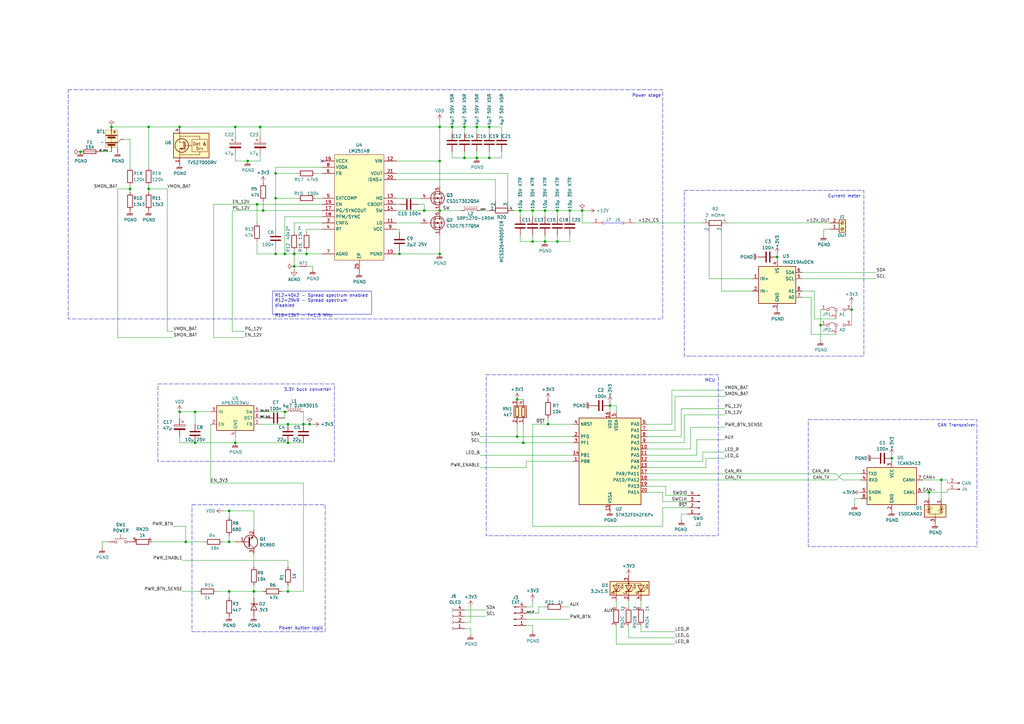
<source format=kicad_sch>
(kicad_sch (version 20231120) (generator "eeschema") (generator_version "8.0")
  (paper "A3")
  (title_block (title "Makita Battery Adapter") (date "2025-01-14") (rev "1"))
  (junction (at 224.79 173.99))
  (junction (at 200.66 52.07))
  (junction (at 163.83 104.14))
  (junction (at 116.84 168.91))
  (junction (at 212.09 179.07))
  (junction (at 386.08 196.85))
  (junction (at 180.34 66.04))
  (junction (at 118.11 181.61))
  (junction (at 213.36 86.36))
  (junction (at 190.5 52.07))
  (junction (at 212.09 163.83))
  (junction (at 116.84 104.14))
  (junction (at 180.34 52.07))
  (junction (at 118.11 173.99))
  (junction (at 33.02 62.23))
  (junction (at 127 173.99))
  (junction (at 104.14 242.57))
  (junction (at 349.25 127))
  (junction (at 223.52 86.36))
  (junction (at 118.11 242.57))
  (junction (at 93.98 209.55))
  (junction (at 105.41 83.82))
  (junction (at 107.95 86.36))
  (junction (at 113.03 71.12))
  (junction (at 45.72 52.07))
  (junction (at 101.6 66.04))
  (junction (at 250.19 166.37))
  (junction (at 113.03 81.28))
  (junction (at 180.34 86.36))
  (junction (at 228.6 99.06))
  (junction (at 336.55 133.35))
  (junction (at 195.58 64.77))
  (junction (at 73.66 168.91))
  (junction (at 195.58 52.07))
  (junction (at 76.2 222.25))
  (junction (at 180.34 104.14))
  (junction (at 125.73 104.14))
  (junction (at 93.98 242.57))
  (junction (at 218.44 86.36))
  (junction (at 113.03 104.14))
  (junction (at 228.6 86.36))
  (junction (at 96.52 181.61))
  (junction (at 96.52 52.07))
  (junction (at 190.5 64.77))
  (junction (at 106.68 52.07))
  (junction (at 200.66 64.77))
  (junction (at 124.46 173.99))
  (junction (at 73.66 52.07))
  (junction (at 120.65 109.22))
  (junction (at 233.68 86.36))
  (junction (at 318.77 105.41))
  (junction (at 223.52 99.06))
  (junction (at 381 201.93))
  (junction (at 60.96 52.07))
  (junction (at 80.01 181.61))
  (junction (at 218.44 99.06))
  (junction (at 173.99 86.36))
  (junction (at 53.34 77.47))
  (junction (at 238.76 86.36))
  (junction (at 185.42 52.07))
  (junction (at 93.98 222.25))
  (junction (at 80.01 168.91))
  (junction (at 120.65 104.14))
  (junction (at 365.76 187.96))
  (junction (at 214.63 181.61))
  (junction (at 60.96 77.47))
  (no_connect (at 132.08 66.04))
  (wire (pts (xy 345.44 194.31) (xy 342.9 196.85)))
  (wire (pts (xy 113.03 71.12) (xy 121.92 71.12)))
  (wire (pts (xy 124.46 173.99) (xy 127 173.99)))
  (wire (pts (xy 218.44 173.99) (xy 218.44 215.9)))
  (wire (pts (xy 224.79 173.99) (xy 234.95 173.99)))
  (wire (pts (xy 45.72 52.07) (xy 60.96 52.07)))
  (wire (pts (xy 113.03 71.12) (xy 113.03 81.28)))
  (wire (pts (xy 276.86 264.16) (xy 252.73 264.16)))
  (wire (pts (xy 328.93 119.38) (xy 334.01 119.38)))
  (wire (pts (xy 193.04 257.81) (xy 193.04 260.35)))
  (wire (pts (xy 273.05 203.2) (xy 273.05 199.39)))
  (wire (pts (xy 228.6 99.06) (xy 228.6 96.52)))
  (wire (pts (xy 381 204.47) (xy 381 201.93)))
  (wire (pts (xy 196.85 186.69) (xy 234.95 186.69)))
  (wire (pts (xy 283.21 184.15) (xy 265.43 184.15)))
  (wire (pts (xy 215.9 248.92) (xy 218.44 248.92)))
  (wire (pts (xy 129.54 71.12) (xy 132.08 71.12)))
  (wire (pts (xy 106.68 173.99) (xy 118.11 173.99)))
  (wire (pts (xy 190.5 62.23) (xy 190.5 64.77)))
  (wire (pts (xy 359.41 111.76) (xy 328.93 111.76)))
  (wire (pts (xy 350.52 204.47) (xy 350.52 207.01)))
  (wire (pts (xy 62.23 222.25) (xy 76.2 222.25)))
  (wire (pts (xy 332.74 137.16) (xy 342.9 137.16)))
  (wire (pts (xy 162.56 93.98) (xy 163.83 93.98)))
  (wire (pts (xy 228.6 99.06) (xy 233.68 99.06)))
  (wire (pts (xy 218.44 86.36) (xy 223.52 86.36)))
  (wire (pts (xy 273.05 203.2) (xy 281.94 203.2)))
  (wire (pts (xy 213.36 99.06) (xy 213.36 96.52)))
  (wire (pts (xy 200.66 52.07) (xy 205.74 52.07)))
  (wire (pts (xy 88.9 242.57) (xy 93.98 242.57)))
  (wire (pts (xy 41.91 222.25) (xy 41.91 224.79)))
  (wire (pts (xy 218.44 215.9) (xy 271.78 215.9)))
  (wire (pts (xy 318.77 105.41) (xy 318.77 106.68)))
  (wire (pts (xy 233.68 86.36) (xy 238.76 86.36)))
  (wire (pts (xy 118.11 173.99) (xy 124.46 173.99)))
  (wire (pts (xy 359.41 114.3) (xy 328.93 114.3)))
  (wire (pts (xy 185.42 52.07) (xy 185.42 54.61)))
  (wire (pts (xy 298.45 91.44) (xy 340.36 91.44)))
  (wire (pts (xy 260.35 91.44) (xy 288.29 91.44)))
  (wire (pts (xy 60.96 52.07) (xy 73.66 52.07)))
  (wire (pts (xy 162.56 81.28) (xy 172.72 81.28)))
  (wire (pts (xy 53.34 57.15) (xy 50.8 57.15)))
  (wire (pts (xy 185.42 64.77) (xy 190.5 64.77)))
  (wire (pts (xy 41.91 222.25) (xy 44.45 222.25)))
  (wire (pts (xy 288.29 185.42) (xy 288.29 189.23)))
  (wire (pts (xy 238.76 91.44) (xy 242.57 91.44)))
  (wire (pts (xy 288.29 189.23) (xy 265.43 189.23)))
  (wire (pts (xy 279.4 167.64) (xy 279.4 179.07)))
  (wire (pts (xy 118.11 240.03) (xy 118.11 242.57)))
  (wire (pts (xy 185.42 62.23) (xy 185.42 64.77)))
  (wire (pts (xy 162.56 86.36) (xy 173.99 86.36)))
  (wire (pts (xy 73.66 52.07) (xy 96.52 52.07)))
  (wire (pts (xy 87.63 83.82) (xy 105.41 83.82)))
  (wire (pts (xy 271.78 205.74) (xy 281.94 205.74)))
  (wire (pts (xy 200.66 62.23) (xy 200.66 64.77)))
  (wire (pts (xy 297.18 167.64) (xy 279.4 167.64)))
  (wire (pts (xy 73.66 168.91) (xy 73.66 171.45)))
  (wire (pts (xy 128.27 109.22) (xy 128.27 110.49)))
  (wire (pts (xy 295.91 95.25) (xy 295.91 119.38)))
  (wire (pts (xy 297.18 170.18) (xy 280.67 170.18)))
  (wire (pts (xy 332.74 121.92) (xy 332.74 137.16)))
  (wire (pts (xy 190.5 64.77) (xy 195.58 64.77)))
  (wire (pts (xy 378.46 196.85) (xy 386.08 196.85)))
  (wire (pts (xy 107.95 82.55) (xy 107.95 86.36)))
  (wire (pts (xy 279.4 179.07) (xy 265.43 179.07)))
  (wire (pts (xy 113.03 68.58) (xy 132.08 68.58)))
  (wire (pts (xy 275.59 160.02) (xy 275.59 173.99)))
  (wire (pts (xy 386.08 196.85) (xy 386.08 204.47)))
  (wire (pts (xy 107.95 86.36) (xy 132.08 86.36)))
  (wire (pts (xy 113.03 101.6) (xy 113.03 104.14)))
  (wire (pts (xy 233.68 86.36) (xy 233.68 88.9)))
  (wire (pts (xy 53.34 68.58) (xy 53.34 57.15)))
  (wire (pts (xy 91.44 209.55) (xy 93.98 209.55)))
  (wire (pts (xy 386.08 196.85) (xy 388.62 196.85)))
  (wire (pts (xy 290.83 114.3) (xy 308.61 114.3)))
  (wire (pts (xy 213.36 99.06) (xy 218.44 99.06)))
  (wire (pts (xy 162.56 66.04) (xy 180.34 66.04)))
  (wire (pts (xy 388.62 200.66) (xy 388.62 201.93)))
  (wire (pts (xy 273.05 199.39) (xy 265.43 199.39)))
  (wire (pts (xy 252.73 246.38) (xy 252.73 248.92)))
  (wire (pts (xy 212.09 173.99) (xy 212.09 179.07)))
  (wire (pts (xy 218.44 99.06) (xy 218.44 96.52)))
  (wire (pts (xy 218.44 246.38) (xy 218.44 248.92)))
  (wire (pts (xy 334.01 119.38) (xy 334.01 130.81)))
  (wire (pts (xy 125.73 93.98) (xy 132.08 93.98)))
  (wire (pts (xy 120.65 91.44) (xy 132.08 91.44)))
  (wire (pts (xy 276.86 261.62) (xy 257.81 261.62)))
  (wire (pts (xy 349.25 127) (xy 349.25 133.35)))
  (wire (pts (xy 365.76 187.96) (xy 365.76 189.23)))
  (wire (pts (xy 336.55 133.35) (xy 336.55 139.7)))
  (wire (pts (xy 120.65 102.87) (xy 120.65 104.14)))
  (wire (pts (xy 125.73 102.87) (xy 125.73 104.14)))
  (wire (pts (xy 76.2 215.9) (xy 76.2 222.25)))
  (wire (pts (xy 195.58 62.23) (xy 195.58 64.77)))
  (wire (pts (xy 106.68 52.07) (xy 180.34 52.07)))
  (wire (pts (xy 104.14 242.57) (xy 107.95 242.57)))
  (wire (pts (xy 271.78 208.28) (xy 271.78 215.9)))
  (wire (pts (xy 203.2 73.66) (xy 203.2 82.55)))
  (wire (pts (xy 215.9 256.54) (xy 218.44 256.54)))
  (wire (pts (xy 48.26 138.43) (xy 71.12 138.43)))
  (wire (pts (xy 252.73 256.54) (xy 252.73 264.16)))
  (wire (pts (xy 180.34 66.04) (xy 180.34 76.2)))
  (wire (pts (xy 276.86 259.08) (xy 262.89 259.08)))
  (wire (pts (xy 171.45 83.82) (xy 173.99 83.82)))
  (wire (pts (xy 73.66 168.91) (xy 80.01 168.91)))
  (wire (pts (xy 231.14 248.92) (xy 233.68 248.92)))
  (wire (pts (xy 297.18 162.56) (xy 276.86 162.56)))
  (wire (pts (xy 162.56 73.66) (xy 203.2 73.66)))
  (wire (pts (xy 271.78 208.28) (xy 281.94 208.28)))
  (wire (pts (xy 53.34 77.47) (xy 53.34 76.2)))
  (wire (pts (xy 80.01 173.99) (xy 80.01 168.91)))
  (wire (pts (xy 71.12 215.9) (xy 76.2 215.9)))
  (wire (pts (xy 180.34 49.53) (xy 180.34 52.07)))
  (wire (pts (xy 116.84 88.9) (xy 132.08 88.9)))
  (wire (pts (xy 96.52 52.07) (xy 106.68 52.07)))
  (wire (pts (xy 365.76 186.69) (xy 365.76 187.96)))
  (wire (pts (xy 180.34 86.36) (xy 189.23 86.36)))
  (wire (pts (xy 127 173.99) (xy 128.27 173.99)))
  (wire (pts (xy 250.19 166.37) (xy 252.73 166.37)))
  (wire (pts (xy 106.68 63.5) (xy 106.68 66.04)))
  (wire (pts (xy 127 109.22) (xy 128.27 109.22)))
  (wire (pts (xy 223.52 99.06) (xy 228.6 99.06)))
  (wire (pts (xy 73.66 181.61) (xy 80.01 181.61)))
  (wire (pts (xy 86.36 173.99) (xy 86.36 198.12)))
  (wire (pts (xy 289.56 187.96) (xy 289.56 191.77)))
  (wire (pts (xy 48.26 77.47) (xy 53.34 77.47)))
  (wire (pts (xy 218.44 256.54) (xy 218.44 259.08)))
  (wire (pts (xy 250.19 166.37) (xy 250.19 168.91)))
  (wire (pts (xy 93.98 222.25) (xy 96.52 222.25)))
  (wire (pts (xy 105.41 104.14) (xy 113.03 104.14)))
  (wire (pts (xy 180.34 96.52) (xy 180.34 104.14)))
  (wire (pts (xy 118.11 181.61) (xy 124.46 181.61)))
  (wire (pts (xy 281.94 210.82) (xy 279.4 210.82)))
  (wire (pts (xy 276.86 162.56) (xy 276.86 176.53)))
  (wire (pts (xy 337.82 93.98) (xy 337.82 96.52)))
  (wire (pts (xy 93.98 219.71) (xy 93.98 222.25)))
  (wire (pts (xy 93.98 242.57) (xy 104.14 242.57)))
  (wire (pts (xy 257.81 256.54) (xy 257.81 261.62)))
  (wire (pts (xy 162.56 104.14) (xy 163.83 104.14)))
  (wire (pts (xy 218.44 86.36) (xy 218.44 88.9)))
  (wire (pts (xy 68.58 135.89) (xy 71.12 135.89)))
  (wire (pts (xy 113.03 68.58) (xy 113.03 71.12)))
  (wire (pts (xy 297.18 175.26) (xy 283.21 175.26)))
  (wire (pts (xy 104.14 240.03) (xy 104.14 242.57)))
  (wire (pts (xy 199.39 250.19) (xy 190.5 250.19)))
  (wire (pts (xy 73.66 179.07) (xy 73.66 181.61)))
  (wire (pts (xy 120.65 104.14) (xy 120.65 109.22)))
  (wire (pts (xy 213.36 86.36) (xy 218.44 86.36)))
  (wire (pts (xy 96.52 181.61) (xy 118.11 181.61)))
  (wire (pts (xy 297.18 160.02) (xy 275.59 160.02)))
  (wire (pts (xy 345.44 196.85) (xy 342.9 194.31)))
  (wire (pts (xy 212.09 163.83) (xy 214.63 163.83)))
  (wire (pts (xy 101.6 66.04) (xy 106.68 66.04)))
  (wire (pts (xy 353.06 194.31) (xy 345.44 194.31)))
  (wire (pts (xy 113.03 81.28) (xy 121.92 81.28)))
  (wire (pts (xy 93.98 209.55) (xy 93.98 212.09)))
  (wire (pts (xy 271.78 201.93) (xy 265.43 201.93)))
  (wire (pts (xy 190.5 255.27) (xy 193.04 255.27)))
  (wire (pts (xy 214.63 181.61) (xy 234.95 181.61)))
  (wire (pts (xy 252.73 166.37) (xy 252.73 168.91)))
  (wire (pts (xy 196.85 191.77) (xy 215.9 191.77)))
  (wire (pts (xy 214.63 173.99) (xy 214.63 181.61)))
  (wire (pts (xy 190.5 52.07) (xy 195.58 52.07)))
  (wire (pts (xy 76.2 222.25) (xy 83.82 222.25)))
  (wire (pts (xy 265.43 194.31) (xy 342.9 194.31)))
  (wire (pts (xy 193.04 248.92) (xy 193.04 255.27)))
  (wire (pts (xy 275.59 173.99) (xy 265.43 173.99)))
  (wire (pts (xy 218.44 99.06) (xy 223.52 99.06)))
  (wire (pts (xy 91.44 222.25) (xy 93.98 222.25)))
  (wire (pts (xy 118.11 229.87) (xy 118.11 232.41)))
  (wire (pts (xy 336.55 127) (xy 336.55 133.35)))
  (wire (pts (xy 265.43 196.85) (xy 342.9 196.85)))
  (wire (pts (xy 120.65 104.14) (xy 125.73 104.14)))
  (wire (pts (xy 223.52 99.06) (xy 223.52 96.52)))
  (wire (pts (xy 105.41 83.82) (xy 132.08 83.82)))
  (wire (pts (xy 125.73 93.98) (xy 125.73 95.25)))
  (wire (pts (xy 233.68 99.06) (xy 233.68 96.52)))
  (wire (pts (xy 349.25 124.46) (xy 349.25 127)))
  (wire (pts (xy 290.83 95.25) (xy 290.83 114.3)))
  (wire (pts (xy 190.5 52.07) (xy 190.5 54.61)))
  (wire (pts (xy 228.6 86.36) (xy 228.6 88.9)))
  (wire (pts (xy 289.56 191.77) (xy 265.43 191.77)))
  (wire (pts (xy 106.68 171.45) (xy 109.22 171.45)))
  (wire (pts (xy 388.62 196.85) (xy 388.62 198.12)))
  (wire (pts (xy 60.96 78.74) (xy 60.96 77.47)))
  (wire (pts (xy 328.93 121.92) (xy 332.74 121.92)))
  (wire (pts (xy 116.84 168.91) (xy 116.84 171.45)))
  (wire (pts (xy 215.9 191.77) (xy 215.9 189.23)))
  (wire (pts (xy 80.01 181.61) (xy 96.52 181.61)))
  (wire (pts (xy 129.54 81.28) (xy 132.08 81.28)))
  (wire (pts (xy 96.52 66.04) (xy 101.6 66.04)))
  (wire (pts (xy 238.76 86.36) (xy 238.76 91.44)))
  (wire (pts (xy 95.25 86.36) (xy 107.95 86.36)))
  (wire (pts (xy 53.34 78.74) (xy 53.34 77.47)))
  (wire (pts (xy 210.82 86.36) (xy 213.36 86.36)))
  (wire (pts (xy 87.63 138.43) (xy 100.33 138.43)))
  (wire (pts (xy 96.52 52.07) (xy 96.52 55.88)))
  (wire (pts (xy 218.44 173.99) (xy 224.79 173.99)))
  (wire (pts (xy 40.64 62.23) (xy 45.72 62.23)))
  (wire (pts (xy 113.03 104.14) (xy 116.84 104.14)))
  (wire (pts (xy 295.91 119.38) (xy 308.61 119.38)))
  (wire (pts (xy 104.14 242.57) (xy 104.14 245.11)))
  (wire (pts (xy 105.41 83.82) (xy 105.41 91.44)))
  (wire (pts (xy 80.01 168.91) (xy 86.36 168.91)))
  (wire (pts (xy 116.84 88.9) (xy 116.84 104.14)))
  (wire (pts (xy 104.14 227.33) (xy 104.14 232.41)))
  (wire (pts (xy 215.9 189.23) (xy 234.95 189.23)))
  (wire (pts (xy 220.98 248.92) (xy 220.98 251.46)))
  (wire (pts (xy 353.06 196.85) (xy 345.44 196.85)))
  (wire (pts (xy 60.96 77.47) (xy 60.96 76.2)))
  (wire (pts (xy 262.89 246.38) (xy 262.89 248.92)))
  (wire (pts (xy 60.96 77.47) (xy 68.58 77.47)))
  (wire (pts (xy 96.52 63.5) (xy 96.52 66.04)))
  (wire (pts (xy 318.77 104.14) (xy 318.77 105.41)))
  (wire (pts (xy 125.73 104.14) (xy 132.08 104.14)))
  (wire (pts (xy 163.83 104.14) (xy 180.34 104.14)))
  (wire (pts (xy 215.9 254) (xy 233.68 254)))
  (wire (pts (xy 190.5 257.81) (xy 193.04 257.81)))
  (wire (pts (xy 105.41 99.06) (xy 105.41 104.14)))
  (wire (pts (xy 93.98 209.55) (xy 104.14 209.55)))
  (wire (pts (xy 280.67 170.18) (xy 280.67 181.61)))
  (wire (pts (xy 162.56 83.82) (xy 163.83 83.82)))
  (wire (pts (xy 113.03 81.28) (xy 113.03 93.98)))
  (wire (pts (xy 180.34 52.07) (xy 180.34 66.04)))
  (wire (pts (xy 196.85 181.61) (xy 214.63 181.61)))
  (wire (pts (xy 350.52 204.47) (xy 353.06 204.47)))
  (wire (pts (xy 337.82 93.98) (xy 340.36 93.98)))
  (wire (pts (xy 106.68 52.07) (xy 106.68 55.88)))
  (wire (pts (xy 118.11 242.57) (xy 124.46 242.57)))
  (wire (pts (xy 120.65 91.44) (xy 120.65 95.25)))
  (wire (pts (xy 195.58 52.07) (xy 195.58 54.61)))
  (wire (pts (xy 238.76 86.36) (xy 241.3 86.36)))
  (wire (pts (xy 115.57 242.57) (xy 118.11 242.57)))
  (wire (pts (xy 190.5 252.73) (xy 199.39 252.73)))
  (wire (pts (xy 220.98 248.92) (xy 223.52 248.92)))
  (wire (pts (xy 271.78 205.74) (xy 271.78 201.93)))
  (wire (pts (xy 124.46 173.99) (xy 124.46 168.91)))
  (wire (pts (xy 106.68 168.91) (xy 116.84 168.91)))
  (wire (pts (xy 250.19 165.1) (xy 250.19 166.37)))
  (wire (pts (xy 378.46 201.93) (xy 381 201.93)))
  (wire (pts (xy 162.56 71.12) (xy 208.28 71.12)))
  (wire (pts (xy 228.6 86.36) (xy 233.68 86.36)))
  (wire (pts (xy 215.9 251.46) (xy 220.98 251.46)))
  (wire (pts (xy 173.99 83.82) (xy 173.99 86.36)))
  (wire (pts (xy 173.99 86.36) (xy 180.34 86.36)))
  (wire (pts (xy 334.01 130.81) (xy 342.9 130.81)))
  (wire (pts (xy 86.36 198.12) (xy 124.46 198.12)))
  (wire (pts (xy 195.58 64.77) (xy 200.66 64.77)))
  (wire (pts (xy 162.56 91.44) (xy 172.72 91.44)))
  (wire (pts (xy 262.89 256.54) (xy 262.89 259.08)))
  (wire (pts (xy 276.86 176.53) (xy 265.43 176.53)))
  (wire (pts (xy 196.85 86.36) (xy 200.66 86.36)))
  (wire (pts (xy 280.67 181.61) (xy 265.43 181.61)))
  (wire (pts (xy 185.42 52.07) (xy 190.5 52.07)))
  (wire (pts (xy 200.66 52.07) (xy 200.66 54.61)))
  (wire (pts (xy 87.63 83.82) (xy 87.63 138.43)))
  (wire (pts (xy 381 201.93) (xy 388.62 201.93)))
  (wire (pts (xy 208.28 71.12) (xy 208.28 82.55)))
  (wire (pts (xy 195.58 52.07) (xy 200.66 52.07)))
  (wire (pts (xy 68.58 77.47) (xy 68.58 135.89)))
  (wire (pts (xy 297.18 185.42) (xy 288.29 185.42)))
  (wire (pts (xy 297.18 180.34) (xy 285.75 180.34)))
  (wire (pts (xy 104.14 209.55) (xy 104.14 217.17)))
  (wire (pts (xy 285.75 180.34) (xy 285.75 186.69)))
  (wire (pts (xy 279.4 210.82) (xy 279.4 213.36)))
  (wire (pts (xy 213.36 86.36) (xy 213.36 88.9)))
  (wire (pts (xy 116.84 104.14) (xy 120.65 104.14)))
  (wire (pts (xy 120.65 109.22) (xy 120.65 110.49)))
  (wire (pts (xy 95.25 86.36) (xy 95.25 135.89)))
  (wire (pts (xy 223.52 86.36) (xy 228.6 86.36)))
  (wire (pts (xy 95.25 135.89) (xy 100.33 135.89)))
  (wire (pts (xy 74.93 229.87) (xy 118.11 229.87)))
  (wire (pts (xy 163.83 102.87) (xy 163.83 104.14)))
  (wire (pts (xy 212.09 179.07) (xy 234.95 179.07)))
  (wire (pts (xy 93.98 242.57) (xy 93.98 245.11)))
  (polyline (pts (xy 247.65 91.44) (xy 255.27 91.44)))
  (wire (pts (xy 180.34 52.07) (xy 185.42 52.07)))
  (wire (pts (xy 205.74 52.07) (xy 205.74 54.61)))
  (wire (pts (xy 223.52 86.36) (xy 223.52 88.9)))
  (wire (pts (xy 200.66 64.77) (xy 205.74 64.77)))
  (wire (pts (xy 205.74 62.23) (xy 205.74 64.77)))
  (wire (pts (xy 124.46 198.12) (xy 124.46 242.57)))
  (wire (pts (xy 289.56 187.96) (xy 297.18 187.96)))
  (wire (pts (xy 285.75 186.69) (xy 265.43 186.69)))
  (wire (pts (xy 224.79 171.45) (xy 224.79 173.99)))
  (wire (pts (xy 120.65 109.22) (xy 121.92 109.22)))
  (wire (pts (xy 74.93 242.57) (xy 81.28 242.57)))
  (wire (pts (xy 96.52 179.07) (xy 96.52 181.61)))
  (wire (pts (xy 60.96 52.07) (xy 60.96 68.58)))
  (wire (pts (xy 48.26 77.47) (xy 48.26 138.43)))
  (wire (pts (xy 257.81 246.38) (xy 257.81 248.92)))
  (wire (pts (xy 196.85 179.07) (xy 212.09 179.07)))
  (wire (pts (xy 163.83 93.98) (xy 163.83 95.25)))
  (wire (pts (xy 283.21 175.26) (xy 283.21 184.15)))
  (rectangle (start 280.67 78.105) (end 354.33 146.05) (stroke (width 0) (type dash)))
  (polyline (pts (xy 327.7649 262.7965) (xy 324.7719 262.7965) (xy 324.7719 262.195) (xy 327.7649 262.195) (xy 327.7649 262.7965)) (stroke (width -0.0001) (type solid)) (fill (type outline)))
  (polyline (pts (xy 319.6214 266.5039) (xy 319.6377 266.5048) (xy 319.6536 266.5061) (xy 319.6688 266.508) (xy 319.6836 266.5104) (xy 319.6978 266.5133) (xy 319.7115 266.5168) (xy 319.7246 266.5208) (xy 319.7372 266.5254) (xy 319.7493 266.5305) (xy 319.7608 266.5361) (xy 319.7718 266.5423) (xy 319.7823 266.549) (xy 319.7922 266.5562) (xy 319.8016 266.564) (xy 319.8104 266.5723) (xy 319.8187 266.5812) (xy 319.8265 266.5906) (xy 319.8338 266.6005) (xy 319.8405 266.611) (xy 319.8466 266.622) (xy 319.8523 266.6335) (xy 319.8574 266.6456) (xy 319.8619 266.6582) (xy 319.8659 266.6713) (xy 319.8694 266.685) (xy 319.8724 266.6992) (xy 319.8748 266.7139) (xy 319.8767 266.7292) (xy 319.878 266.7451) (xy 319.8788 266.7614) (xy 319.8791 266.7783) (xy 319.8791 266.8775) (xy 319.8791 267.0528) (xy 319.8788 267.0697) (xy 319.878 267.086) (xy 319.8767 267.1018) (xy 319.8748 267.1171) (xy 319.8724 267.1318) (xy 319.8694 267.146) (xy 319.8659 267.1597) (xy 319.8619 267.1728) (xy 319.8574 267.1854) (xy 319.8523 267.1974) (xy 319.8466 267.209) (xy 319.8405 267.2199) (xy 319.8338 267.2304) (xy 319.8265 267.2403) (xy 319.8187 267.2497) (xy 319.8104 267.2585) (xy 319.8016 267.2669) (xy 319.7922 267.2746) (xy 319.7823 267.2819) (xy 319.7718 267.2886) (xy 319.7608 267.2948) (xy 319.7493 267.3004) (xy 319.7372 267.3055) (xy 319.7246 267.3101) (xy 319.7115 267.3141) (xy 319.6978 267.3176) (xy 319.6836 267.3206) (xy 319.6688 267.323) (xy 319.6536 267.3249) (xy 319.6377 267.3263) (xy 319.6214 267.3271) (xy 319.6045 267.3274) (xy 319.3298 267.328) (xy 319.3298 267.3274) (xy 319.3129 267.3272) (xy 319.2966 267.3264) (xy 319.2807 267.325) (xy 319.2655 267.3231) (xy 319.2507 267.3207) (xy 319.2365 267.3178) (xy 319.2228 267.3143) (xy 319.2097 267.3103) (xy 319.1971 267.3057) (xy 319.185 267.3006) (xy 319.1735 267.295) (xy 319.1625 267.2888) (xy 319.152 267.2821) (xy 319.1421 267.2749) (xy 319.1327 267.2671) (xy 319.1239 267.2588) (xy 319.1156 267.25) (xy 319.1078 267.2406) (xy 319.1006 267.2306) (xy 319.0939 267.2202) (xy 319.0877 267.2092) (xy 319.0821 267.1977) (xy 319.077 267.1856) (xy 319.0724 267.173) (xy 319.0684 267.1599) (xy 319.0649 267.1462) (xy 319.062 267.132) (xy 319.0596 267.1172) (xy 319.0577 267.1019) (xy 319.0563 267.0861) (xy 319.0555 267.0697) (xy 319.0553 267.0528) (xy 319.0553 266.8057) (xy 319.22 266.8057) (xy 319.22 267.0254) (xy 319.2201 267.0338) (xy 319.2205 267.042) (xy 319.2212 267.0499) (xy 319.2221 267.0576) (xy 319.2233 267.0649) (xy 319.2248 267.072) (xy 319.2266 267.0789) (xy 319.2286 267.0854) (xy 319.2308 267.0917) (xy 319.2334 267.0978) (xy 319.2362 267.1035) (xy 319.2393 267.109) (xy 319.2426 267.1143) (xy 319.2462 267.1192) (xy 319.2501 267.1239) (xy 319.2543 267.1283) (xy 319.2587 267.1325) (xy 319.2634 267.1364) (xy 319.2684 267.14) (xy 319.2736 267.1433) (xy 319.2791 267.1464) (xy 319.2848 267.1492) (xy 319.2909 267.1518) (xy 319.2972 267.1541) (xy 319.3037 267.1561) (xy 319.3106 267.1578) (xy 319.3177 267.1593) (xy 319.3251 267.1605) (xy 319.3327 267.1614) (xy 319.3406 267.1621) (xy 319.3488 267.1625) (xy 319.3573 267.1627) (xy 319.5769 267.1627) (xy 319.5853 267.1625) (xy 319.5935 267.1621) (xy 319.6014 267.1614) (xy 319.6091 267.1605) (xy 319.6164 267.1593) (xy 319.6236 267.1578) (xy 319.6304 267.1561) (xy 319.637 267.1541) (xy 319.6433 267.1518) (xy 319.6493 267.1493) (xy 319.6551 267.1464) (xy 319.6606 267.1434) (xy 319.6658 267.14) (xy 319.6708 267.1364) (xy 319.6755 267.1325) (xy 319.6799 267.1283) (xy 319.6841 267.1239) (xy 319.688 267.1192) (xy 319.6916 267.1143) (xy 319.695 267.109) (xy 319.6981 267.1036) (xy 319.7009 267.0978) (xy 319.7035 267.0918) (xy 319.7057 267.0855) (xy 319.7078 267.0789) (xy 319.7095 267.072) (xy 319.711 267.0649) (xy 319.7122 267.0576) (xy 319.7131 267.0499) (xy 319.7138 267.042) (xy 319.7142 267.0338) (xy 319.7143 267.0254) (xy 319.7143 266.8869) (xy 319.7144 266.8869) (xy 319.7144 266.8057) (xy 319.7142 266.7972) (xy 319.7138 266.7891) (xy 319.7131 266.7811) (xy 319.7122 266.7735) (xy 319.711 266.7661) (xy 319.7095 266.759) (xy 319.7078 266.7522) (xy 319.7058 266.7456) (xy 319.7035 266.7393) (xy 319.7009 266.7333) (xy 319.6981 266.7275) (xy 319.695 266.722) (xy 319.6917 266.7168) (xy 319.6881 266.7118) (xy 319.6842 266.7071) (xy 319.68 266.7027) (xy 319.6756 266.6985) (xy 319.6709 266.6947) (xy 319.6659 266.691) (xy 319.6607 266.6877) (xy 319.6552 266.6846) (xy 319.6494 266.6818) (xy 319.6434 266.6792) (xy 319.637 266.6769) (xy 319.6305 266.6749) (xy 319.6236 266.6732) (xy 319.6165 266.6717) (xy 319.6091 266.6705) (xy 319.6015 266.6696) (xy 319.5935 266.6689) (xy 319.5853 266.6685) (xy 319.5769 266.6684) (xy 319.3298 266.6684) (xy 319.323 266.6685) (xy 319.3165 266.6689) (xy 319.3101 266.6696) (xy 319.304 266.6705) (xy 319.2981 266.6717) (xy 319.2924 266.6732) (xy 319.287 266.6749) (xy 319.2817 266.6769) (xy 319.2767 266.6792) (xy 319.2719 266.6818) (xy 319.2673 266.6846) (xy 319.2629 266.6877) (xy 319.2587 266.691) (xy 319.2547 266.6946) (xy 319.251 266.6985) (xy 319.2474 266.7027) (xy 319.2441 266.7071) (xy 319.241 266.7118) (xy 319.2381 266.7168) (xy 319.2354 266.722) (xy 319.233 266.7275) (xy 319.2307 266.7333) (xy 319.2287 266.7393) (xy 319.2269 266.7456) (xy 319.2253 266.7522) (xy 319.2239 266.759) (xy 319.2227 266.7661) (xy 319.2217 266.7735) (xy 319.221 266.7811) (xy 319.2204 266.789) (xy 319.2201 266.7972) (xy 319.22 266.8057) (xy 319.0553 266.8057) (xy 319.0553 266.7783) (xy 319.0555 266.7614) (xy 319.0563 266.7451) (xy 319.0577 266.7292) (xy 319.0596 266.7139) (xy 319.062 266.6992) (xy 319.0649 266.685) (xy 319.0684 266.6713) (xy 319.0724 266.6582) (xy 319.077 266.6456) (xy 319.0821 266.6335) (xy 319.0877 266.622) (xy 319.0939 266.611) (xy 319.1006 266.6005) (xy 319.1078 266.5906) (xy 319.1156 266.5812) (xy 319.1239 266.5723) (xy 319.1327 266.564) (xy 319.1421 266.5562) (xy 319.152 266.549) (xy 319.1625 266.5423) (xy 319.1735 266.5361) (xy 319.185 266.5305) (xy 319.1971 266.5254) (xy 319.2097 266.5208) (xy 319.2228 266.5168) (xy 319.2365 266.5133) (xy 319.2507 266.5104) (xy 319.2655 266.508) (xy 319.2807 266.5061) (xy 319.2966 266.5048) (xy 319.3129 266.5039) (xy 319.3298 266.5037) (xy 319.6045 266.5037) (xy 319.6214 266.5039)) (stroke (width -0.0001) (type solid)) (fill (type outline)))
  (polyline (pts (xy 327.7649 263.9991) (xy 324.7719 263.9991) (xy 324.7719 263.3978) (xy 327.7649 263.3978) (xy 327.7649 263.9991)) (stroke (width -0.0001) (type solid)) (fill (type outline)))
  (polyline (pts (xy 320.2638 265.2019) (xy 319.6134 265.2019) (xy 318.6396 262.9507) (xy 317.6679 265.2019) (xy 317.0154 265.2019) (xy 318.3145 262.195) (xy 318.9649 262.195) (xy 320.2638 265.2019)) (stroke (width -0.0001) (type solid)) (fill (type outline)))
  (polyline (pts (xy 311.9091 267.3274) (xy 311.73 267.3274) (xy 311.6586 267.1626) (xy 311.2659 267.1626) (xy 311.1946 267.3274) (xy 311.0149 267.3274) (xy 311.1222 267.0803) (xy 311.3017 267.0803) (xy 311.3374 266.998) (xy 311.5867 266.998) (xy 311.462 266.7106) (xy 311.3374 266.998) (xy 311.3017 267.0803) (xy 311.1222 267.0803) (xy 311.3725 266.5036) (xy 311.5515 266.5036) (xy 311.9091 267.3274)) (stroke (width -0.0001) (type solid)) (fill (type outline)))
  (rectangle (start 78.74 207.01) (end 133.35 259.08) (stroke (width 0) (type dash)))
  (polyline (pts (xy 312.8277 266.6685) (xy 312.3009 266.6685) (xy 312.2928 266.6686) (xy 312.2849 266.669) (xy 312.2773 266.6696) (xy 312.2699 266.6705) (xy 312.2628 266.6717) (xy 312.256 266.6731) (xy 312.2494 266.6748) (xy 312.243 266.6767) (xy 312.237 266.6789) (xy 312.2311 266.6813) (xy 312.2256 266.684) (xy 312.2203 266.687) (xy 312.2152 266.6902) (xy 312.2105 266.6937) (xy 312.2059 266.6974) (xy 312.2017 266.7014) (xy 312.1976 266.7057) (xy 312.1939 266.7102) (xy 312.1904 266.7149) (xy 312.1872 266.7199) (xy 312.1842 266.7252) (xy 312.1815 266.7308) (xy 312.179 266.7366) (xy 312.1768 266.7426) (xy 312.1749 266.7489) (xy 312.1732 266.7555) (xy 312.1718 266.7623) (xy 312.1706 266.7694) (xy 312.1697 266.7767) (xy 312.1691 266.7843) (xy 312.1687 266.7922) (xy 312.1685 266.8003) (xy 312.1685 267.0305) (xy 312.1687 267.0386) (xy 312.1691 267.0465) (xy 312.1697 267.0541) (xy 312.1706 267.0615) (xy 312.1718 267.0686) (xy 312.1732 267.0754) (xy 312.1749 267.082) (xy 312.1769 267.0883) (xy 312.1791 267.0944) (xy 312.1815 267.1002) (xy 312.1843 267.1058) (xy 312.1873 267.1111) (xy 312.1905 267.1161) (xy 312.194 267.1209) (xy 312.1978 267.1254) (xy 312.2018 267.1297) (xy 312.2061 267.1337) (xy 312.2106 267.1374) (xy 312.2154 267.1409) (xy 312.2205 267.1441) (xy 312.2258 267.1471) (xy 312.2314 267.1498) (xy 312.2373 267.1523) (xy 312.2434 267.1545) (xy 312.2497 267.1564) (xy 312.2564 267.1581) (xy 312.2632 267.1595) (xy 312.2704 267.1607) (xy 312.2778 267.1616) (xy 312.2854 267.1622) (xy 312.2933 267.1626) (xy 312.3015 267.1628) (xy 312.8277 267.1626) (xy 312.8277 267.3274) (xy 312.2784 267.3274) (xy 312.2615 267.3272) (xy 312.2451 267.3264) (xy 312.2293 267.325) (xy 312.214 267.3231) (xy 312.1993 267.3207) (xy 312.1851 267.3178) (xy 312.1714 267.3143) (xy 312.1583 267.3103) (xy 312.1457 267.3057) (xy 312.1336 267.3006) (xy 312.1221 267.295) (xy 312.1111 267.2888) (xy 312.1006 267.2821) (xy 312.0907 267.2749) (xy 312.0813 267.2671) (xy 312.0724 267.2588) (xy 312.0641 267.25) (xy 312.0563 267.2406) (xy 312.0491 267.2306) (xy 312.0424 267.2202) (xy 312.0362 267.2092) (xy 312.0306 267.1977) (xy 312.0255 267.1856) (xy 312.0209 267.173) (xy 312.0169 267.1599) (xy 312.0134 267.1462) (xy 312.0105 267.132) (xy 312.0081 267.1172) (xy 312.0062 267.1019) (xy 312.0048 267.0861) (xy 312.004 267.0697) (xy 312.0038 267.0528) (xy 312.0038 266.7783) (xy 312.004 266.7614) (xy 312.0048 266.7451) (xy 312.0062 266.7292) (xy 312.008 266.7139) (xy 312.0105 266.6992) (xy 312.0134 266.685) (xy 312.0169 266.6713) (xy 312.0209 266.6582) (xy 312.0255 266.6456) (xy 312.0306 266.6335) (xy 312.0362 266.622) (xy 312.0424 266.611) (xy 312.0491 266.6005) (xy 312.0563 266.5906) (xy 312.0641 266.5812) (xy 312.0724 266.5723) (xy 312.0813 266.564) (xy 312.0907 266.5562) (xy 312.1006 266.549) (xy 312.111 266.5423) (xy 312.122 266.5361) (xy 312.1336 266.5305) (xy 312.1456 266.5254) (xy 312.1582 266.5208) (xy 312.1714 266.5168) (xy 312.1851 266.5133) (xy 312.1993 266.5104) (xy 312.214 266.508) (xy 312.2293 266.5061) (xy 312.2451 266.5048) (xy 312.2615 266.5039) (xy 312.2784 266.5037) (xy 312.8277 266.5037) (xy 312.8277 266.6685)) (stroke (width -0.0001) (type solid)) (fill (type outline)))
  (polyline (pts (xy 327.8021 266.6685) (xy 327.2753 266.6685) (xy 327.2672 266.6686) (xy 327.2593 266.669) (xy 327.2517 266.6697) (xy 327.2443 266.6706) (xy 327.2372 266.6717) (xy 327.2304 266.6731) (xy 327.2238 266.6748) (xy 327.2174 266.6768) (xy 327.2114 266.6789) (xy 327.2056 266.6814) (xy 327.2 266.6841) (xy 327.1947 266.687) (xy 327.1897 266.6903) (xy 327.1849 266.6937) (xy 327.1804 266.6975) (xy 327.1761 266.7015) (xy 327.1721 266.7057) (xy 327.1684 266.7102) (xy 327.1649 266.715) (xy 327.1616 266.72) (xy 327.1587 266.7253) (xy 327.156 266.7308) (xy 327.1535 266.7366) (xy 327.1513 266.7427) (xy 327.1494 266.749) (xy 327.1477 266.7555) (xy 327.1463 266.7624) (xy 327.1451 266.7694) (xy 327.1442 266.7768) (xy 327.1436 266.7844) (xy 327.1432 266.7922) (xy 327.1431 266.8003) (xy 327.1431 267.0305) (xy 327.1432 267.0387) (xy 327.1436 267.0465) (xy 327.1442 267.0542) (xy 327.1451 267.0615) (xy 327.1463 267.0686) (xy 327.1477 267.0755) (xy 327.1494 267.0821) (xy 327.1514 267.0884) (xy 327.1536 267.0945) (xy 327.156 267.1003) (xy 327.1587 267.1058) (xy 327.1617 267.1111) (xy 327.165 267.1162) (xy 327.1685 267.1209) (xy 327.1722 267.1255) (xy 327.1763 267.1297) (xy 327.1805 267.1337) (xy 327.1851 267.1375) (xy 327.1899 267.141) (xy 327.1949 267.1442) (xy 327.2003 267.1472) (xy 327.2059 267.1499) (xy 327.2117 267.1523) (xy 327.2178 267.1545) (xy 327.2242 267.1565) (xy 327.2308 267.1582) (xy 327.2377 267.1596) (xy 327.2448 267.1607) (xy 327.2522 267.1616) (xy 327.2599 267.1623) (xy 327.2678 267.1627) (xy 327.276 267.1628) (xy 327.6373 267.1628) (xy 327.6373 266.8883) (xy 327.8021 266.8883) (xy 327.8021 267.3275) (xy 327.2528 267.3275) (xy 327.2359 267.3272) (xy 327.2196 267.3264) (xy 327.2037 267.3251) (xy 327.1885 267.3232) (xy 327.1737 267.3208) (xy 327.1595 267.3178) (xy 327.1458 267.3143) (xy 327.1327 267.3103) (xy 327.1201 267.3058) (xy 327.108 267.3007) (xy 327.0965 267.295) (xy 327.0855 267.2889) (xy 327.075 267.2822) (xy 327.0651 267.2749) (xy 327.0557 267.2672) (xy 327.0469 267.2589) (xy 327.0386 267.25) (xy 327.0308 267.2406) (xy 327.0235 267.2307) (xy 327.0168 267.2202) (xy 327.0107 267.2092) (xy 327.005 267.1977) (xy 326.9999 267.1856) (xy 326.9954 267.173) (xy 326.9914 267.1599) (xy 326.9879 267.1462) (xy 326.9849 267.132) (xy 326.9825 267.1173) (xy 326.9806 267.102) (xy 326.9793 267.0862) (xy 326.9785 267.0698) (xy 326.9782 267.0529) (xy 326.9782 266.7784) (xy 326.9785 266.7615) (xy 326.9793 266.7451) (xy 326.9806 266.7293) (xy 326.9825 266.714) (xy 326.9849 266.6993) (xy 326.9879 266.685) (xy 326.9914 266.6714) (xy 326.9954 266.6582) (xy 326.9999 266.6456) (xy 327.005 266.6335) (xy 327.0107 266.622) (xy 327.0168 266.611) (xy 327.0235 266.6006) (xy 327.0308 266.5906) (xy 327.0386 266.5812) (xy 327.0469 266.5724) (xy 327.0557 266.5641) (xy 327.0651 266.5563) (xy 327.075 266.5491) (xy 327.0855 266.5424) (xy 327.0965 266.5362) (xy 327.108 266.5306) (xy 327.1201 266.5255) (xy 327.1327 266.5209) (xy 327.1458 266.5169) (xy 327.1595 266.5134) (xy 327.1737 266.5104) (xy 327.1885 266.508) (xy 327.2037 266.5061) (xy 327.2196 266.5048) (xy 327.2359 266.504) (xy 327.2528 266.5037) (xy 327.8021 266.5037) (xy 327.8021 266.6685)) (stroke (width -0.0001) (type solid)) (fill (type outline)))
  (polyline (pts (xy 313.6062 261.4671) (xy 313.0076 261.4671) (xy 313.0076 259.7632) (xy 312.1476 261.465) (xy 312.1476 261.4671) (xy 311.4733 261.4671) (xy 310.6134 259.7652) (xy 310.6134 261.4671) (xy 310.0148 261.4671) (xy 310.0148 258.4603) (xy 310.6273 258.4603) (xy 311.8105 260.7995) (xy 312.9936 258.4603) (xy 313.6062 258.4603) (xy 313.6062 261.4671)) (stroke (width -0.0001) (type solid)) (fill (type outline)))
  (polyline (pts (xy 322.4534 264.5343) (xy 323.6366 262.195) (xy 324.2489 262.195) (xy 324.2489 265.2019) (xy 323.6504 265.2019) (xy 323.6504 263.498) (xy 322.7905 265.1998) (xy 322.7905 265.2019) (xy 322.116 265.2019) (xy 321.2561 263.5) (xy 321.2561 265.2019) (xy 320.6577 265.2019) (xy 320.6577 262.195) (xy 321.2702 262.195) (xy 322.4534 264.5343)) (stroke (width -0.0001) (type solid)) (fill (type outline)))
  (rectangle (start 199.39 153.67) (end 294.64 219.71) (stroke (width 0) (type dash)))
  (polyline (pts (xy 318.2431 261.467) (xy 317.6445 261.467) (xy 317.6445 258.4602) (xy 318.2431 258.4602) (xy 318.2431 261.467)) (stroke (width -0.0001) (type solid)) (fill (type outline)))
  (polyline (pts (xy 321.5821 266.5036) (xy 321.599 266.5038) (xy 321.6154 266.5046) (xy 321.6312 266.506) (xy 321.6465 266.5079) (xy 321.6612 266.5103) (xy 321.6755 266.5132) (xy 321.6891 266.5167) (xy 321.7023 266.5207) (xy 321.7149 266.5253) (xy 321.7269 266.5304) (xy 321.7385 266.536) (xy 321.7494 266.5422) (xy 321.7599 266.5489) (xy 321.7698 266.5561) (xy 321.7792 266.5639) (xy 321.7881 266.5722) (xy 321.7964 266.5811) (xy 321.8041 266.5905) (xy 321.8114 266.6004) (xy 321.8181 266.6109) (xy 321.8242 266.6218) (xy 321.8299 266.6334) (xy 321.835 266.6455) (xy 321.8395 266.6581) (xy 321.8435 266.6712) (xy 321.847 266.6849) (xy 321.85 266.6991) (xy 321.8524 266.7138) (xy 321.8543 266.7291) (xy 321.8556 266.745) (xy 321.8564 266.7613) (xy 321.8567 266.7782) (xy 321.8567 267.0527) (xy 321.8564 267.0696) (xy 321.8556 267.086) (xy 321.8543 267.1018) (xy 321.8524 267.1171) (xy 321.85 267.1319) (xy 321.847 267.1461) (xy 321.8435 267.1597) (xy 321.8395 267.1729) (xy 321.835 267.1855) (xy 321.8299 267.1976) (xy 321.8242 267.2091) (xy 321.8181 267.2201) (xy 321.8114 267.2305) (xy 321.8041 267.2405) (xy 321.7964 267.2498) (xy 321.7881 267.2587) (xy 321.7792 267.267) (xy 321.7698 267.2748) (xy 321.7599 267.282) (xy 321.7494 267.2887) (xy 321.7385 267.2949) (xy 321.7269 267.3005) (xy 321.7149 267.3056) (xy 321.7023 267.3102) (xy 321.6891 267.3142) (xy 321.6755 267.3177) (xy 321.6612 267.3206) (xy 321.6465 267.323) (xy 321.6312 267.3249) (xy 321.6154 267.3263) (xy 321.599 267.3271) (xy 321.5821 267.3273) (xy 321.0329 267.3273) (xy 321.0329 266.5035) (xy 321.1977 266.6684) (xy 321.1977 267.1627) (xy 321.559 267.1627) (xy 321.5749 267.1621) (xy 321.5825 267.1615) (xy 321.5899 267.1606) (xy 321.5969 267.1595) (xy 321.6038 267.1581) (xy 321.6103 267.1564) (xy 321.6166 267.1545) (xy 321.6227 267.1524) (xy 321.6285 267.15) (xy 321.634 267.1473) (xy 321.6393 267.1444) (xy 321.6443 267.1412) (xy 321.649 267.1378) (xy 321.6535 267.1341) (xy 321.6578 267.1301) (xy 321.6618 267.1259) (xy 321.6655 267.1215) (xy 321.669 267.1168) (xy 321.6722 267.1118) (xy 321.6752 267.1066) (xy 321.6779 267.1012) (xy 321.6803 267.0954) (xy 321.6825 267.0895) (xy 321.6844 267.0832) (xy 321.6861 267.0768) (xy 321.6875 267.07) (xy 321.6887 267.063) (xy 321.6896 267.0558) (xy 321.6902 267.0483) (xy 321.6906 267.0405) (xy 321.6907 267.0325) (xy 321.6907 266.798) (xy 321.6906 266.79) (xy 321.6902 266.7823) (xy 321.6896 266.7748) (xy 321.6887 266.7676) (xy 321.6876 266.7607) (xy 321.6862 266.7539) (xy 321.6845 266.7475) (xy 321.6826 266.7413) (xy 321.6804 266.7353) (xy 321.678 266.7296) (xy 321.6753 266.7242) (xy 321.6724 266.719) (xy 321.6692 266.7141) (xy 321.6657 266.7094) (xy 321.662 266.705) (xy 321.658 266.7008) (xy 321.6538 266.6968) (xy 321.6493 266.6932) (xy 321.6446 266.6898) (xy 321.6396 266.6866) (xy 321.6343 266.6837) (xy 321.6288 266.681) (xy 321.6231 266.6786) (xy 321.617 266.6765) (xy 321.6108 266.6746) (xy 321.6042 266.6729) (xy 321.5974 266.6715) (xy 321.5904 266.6704) (xy 321.5831 266.6695) (xy 321.5755 266.6689) (xy 321.5677 266.6685) (xy 321.5596 266.6684) (xy 321.1977 266.6684) (xy 321.0329 266.5035) (xy 321.5821 266.5036)) (stroke (width -0.0001) (type solid)) (fill (type outline)))
  (polyline (pts (xy 325.9911 266.5037) (xy 326.5404 266.5037) (xy 326.5736 266.5046) (xy 326.6047 266.5075) (xy 326.6195 266.5097) (xy 326.6337 266.5124) (xy 326.6474 266.5155) (xy 326.6605 266.5191) (xy 326.6731 266.5232) (xy 326.6852 266.5278) (xy 326.6967 266.5329) (xy 326.7077 266.5385) (xy 326.7181 266.5445) (xy 326.7281 266.551) (xy 326.7374 266.558) (xy 326.7463 266.5655) (xy 326.7546 266.5735) (xy 326.7624 266.5819) (xy 326.7696 266.5909) (xy 326.7763 266.6003) (xy 326.7825 266.6102) (xy 326.7881 266.6206) (xy 326.7932 266.6314) (xy 326.7978 266.6428) (xy 326.8018 266.6546) (xy 326.8053 266.6669) (xy 326.8082 266.6797) (xy 326.8106 266.693) (xy 326.8125 266.7067) (xy 326.8138 266.7209) (xy 326.8147 266.7357) (xy 326.8149 266.7509) (xy 326.8147 266.7661) (xy 326.8138 266.7808) (xy 326.8125 266.795) (xy 326.8106 266.8088) (xy 326.8082 266.8221) (xy 326.8053 266.8349) (xy 326.8018 266.8472) (xy 326.7978 266.859) (xy 326.7932 266.8703) (xy 326.7881 266.8812) (xy 326.7825 266.8916) (xy 326.7763 266.9015) (xy 326.7696 266.9109) (xy 326.7624 266.9198) (xy 326.7546 266.9283) (xy 326.7463 266.9363) (xy 326.7374 266.9437) (xy 326.7281 266.9507) (xy 326.7181 266.9573) (xy 326.7077 266.9633) (xy 326.6967 266.9689) (xy 326.6852 266.9739) (xy 326.6731 266.9785) (xy 326.6605 266.9826) (xy 326.6474 266.9862) (xy 326.6337 266.9894) (xy 326.6195 266.992) (xy 326.6047 266.9942) (xy 326.5895 266.9959) (xy 326.5736 266.9971) (xy 326.5573 266.9978) (xy 326.5404 266.9981) (xy 326.4892 266.9981) (xy 326.8759 267.3276) (xy 326.6228 267.3276) (xy 326.2361 266.998) (xy 326.1558 266.998) (xy 326.1558 267.3275) (xy 325.9911 267.3275) (xy 325.9911 266.8331) (xy 326.1559 266.8331) (xy 326.5129 266.8332) (xy 326.5295 266.8329) (xy 326.5451 266.8319) (xy 326.5595 266.8303) (xy 326.573 266.828) (xy 326.5853 266.8251) (xy 326.5966 266.8216) (xy 326.6068 266.8174) (xy 326.6159 266.8125) (xy 326.62 266.8099) (xy 326.6239 266.8071) (xy 326.6276 266.8041) (xy 326.6309 266.8009) (xy 326.634 266.7976) (xy 326.6368 266.7942) (xy 326.6394 266.7905) (xy 326.6417 266.7868) (xy 326.6437 266.7828) (xy 326.6454 266.7787) (xy 326.6469 266.7744) (xy 326.6481 266.77) (xy 326.649 266.7654) (xy 326.6497 266.7607) (xy 326.6501 266.7558) (xy 326.6502 266.7507) (xy 326.6501 266.7456) (xy 326.6497 266.7407) (xy 326.649 266.736) (xy 326.6481 266.7314) (xy 326.6469 266.727) (xy 326.6454 266.7227) (xy 326.6437 266.7186) (xy 326.6417 266.7147) (xy 326.6394 266.7109) (xy 326.6368 266.7073) (xy 326.634 266.7038) (xy 326.6309 266.7005) (xy 326.6276 266.6974) (xy 326.624 266.6944) (xy 326.6201 266.6916) (xy 326.6159 266.6889) (xy 326.6115 266.6864) (xy 326.6068 266.6841) (xy 326.6018 266.6819) (xy 326.5966 266.6799) (xy 326.5911 266.6781) (xy 326.5853 266.6764) (xy 326.5793 266.6748) (xy 326.573 266.6735) (xy 326.5664 266.6723) (xy 326.5596 266.6712) (xy 326.5525 266.6703) (xy 326.5451 266.6696) (xy 326.5374 266.669) (xy 326.5295 266.6686) (xy 326.5213 266.6684) (xy 326.5129 266.6683) (xy 326.1559 266.6683) (xy 326.1559 266.8331) (xy 325.9911 266.8331) (xy 325.9911 266.5037) (xy 325.9911 266.5037)) (stroke (width -0.0001) (type solid)) (fill (type outline)))
  (polyline (pts (xy 317.2513 261.4671) (xy 316.6008 261.467) (xy 315.6272 259.2159) (xy 314.6555 261.467) (xy 314.003 261.467) (xy 315.302 258.4602) (xy 315.9524 258.4602) (xy 317.2513 261.4671)) (stroke (width -0.0001) (type solid)) (fill (type outline)))
  (polyline (pts (xy 313.1556 266.8754) (xy 313.5687 266.5036) (xy 313.8147 266.5036) (xy 313.3578 266.9155) (xy 313.8147 267.3274) (xy 313.5687 267.3274) (xy 313.1556 266.9556) (xy 313.1556 267.3274) (xy 312.9909 267.3274) (xy 312.9909 266.5036) (xy 313.1556 266.5036) (xy 313.1556 266.8754)) (stroke (width -0.0001) (type solid)) (fill (type outline)))
  (polyline (pts (xy 321.1657 260.5549) (xy 321.1657 258.4603) (xy 321.7644 258.4603) (xy 321.7644 261.4671) (xy 321.1558 261.4671) (xy 319.3701 259.3724) (xy 319.3701 261.4671) (xy 318.7714 261.4671) (xy 318.7714 258.4603) (xy 319.382 258.4603) (xy 321.1657 260.5549)) (stroke (width -0.0001) (type solid)) (fill (type outline)))
  (polyline (pts (xy 320.2105 267.1626) (xy 320.8696 267.1626) (xy 320.8696 267.3274) (xy 320.0458 267.3274) (xy 320.0458 266.5036) (xy 320.2105 266.5036) (xy 320.2105 267.1626)) (stroke (width -0.0001) (type solid)) (fill (type outline)))
  (polyline (pts (xy 315.562 262.196) (xy 315.6214 262.1986) (xy 315.6789 262.203) (xy 315.7344 262.2092) (xy 315.788 262.2171) (xy 315.8397 262.2268) (xy 315.8893 262.2383) (xy 315.9371 262.2515) (xy 315.9829 262.2665) (xy 316.0267 262.2832) (xy 316.0686 262.3017) (xy 316.1086 262.322) (xy 316.1466 262.344) (xy 316.1826 262.3678) (xy 316.2167 262.3933) (xy 316.2489 262.4206) (xy 316.2791 262.4497) (xy 316.3073 262.4805) (xy 316.3336 262.5131) (xy 316.358 262.5475) (xy 316.3804 262.5836) (xy 316.4009 262.6215) (xy 316.4194 262.6611) (xy 316.436 262.7025) (xy 316.4506 262.7457) (xy 316.4633 262.7906) (xy 316.474 262.8373) (xy 316.4827 262.8857) (xy 316.4896 262.9359) (xy 316.4944 262.9879) (xy 316.4974 263.0416) (xy 316.4983 263.0971) (xy 316.4974 263.1526) (xy 316.4944 263.2063) (xy 316.4896 263.2583) (xy 316.4827 263.3085) (xy 316.474 263.3569) (xy 316.4632 263.4036) (xy 316.4506 263.4486) (xy 316.436 263.4917) (xy 316.4194 263.5331) (xy 316.4009 263.5728) (xy 316.3804 263.6107) (xy 316.358 263.6468) (xy 316.3336 263.6811) (xy 316.3073 263.7137) (xy 316.2791 263.7446) (xy 316.2488 263.7736) (xy 316.2167 263.8009) (xy 316.1826 263.8265) (xy 316.1465 263.8503) (xy 316.1085 263.8723) (xy 316.0686 263.8925) (xy 316.0267 263.911) (xy 315.9829 263.9278) (xy 315.9371 263.9428) (xy 315.8893 263.956) (xy 315.8396 263.9674) (xy 315.788 263.9771) (xy 315.7344 263.985) (xy 315.6214 263.9956) (xy 315.5006 263.9991) (xy 315.315 263.9991) (xy 316.7197 265.2019) (xy 315.7998 265.2019) (xy 314.3952 263.9992) (xy 313.5054 263.9992) (xy 313.5054 263.3979) (xy 315.4008 263.3979) (xy 315.4315 263.3976) (xy 315.4612 263.3967) (xy 315.4899 263.3952) (xy 315.5177 263.3932) (xy 315.5445 263.3905) (xy 315.5703 263.3873) (xy 315.5951 263.3835) (xy 315.619 263.3791) (xy 315.6419 263.3741) (xy 315.6638 263.3685) (xy 315.6848 263.3623) (xy 315.7047 263.3556) (xy 315.7237 263.3482) (xy 315.7417 263.3403) (xy 315.7588 263.3318) (xy 315.7749 263.3227) (xy 315.79 263.313) (xy 315.8041 263.3027) (xy 315.8173 263.2918) (xy 315.8294 263.2804) (xy 315.8406 263.2683) (xy 315.8509 263.2557) (xy 315.8601 263.2425) (xy 315.8684 263.2287) (xy 315.8757 263.2143) (xy 315.882 263.1993) (xy 315.8874 263.1838) (xy 315.8918 263.1676) (xy 315.8952 263.1509) (xy 315.8976 263.1335) (xy 315.8991 263.1156) (xy 315.8996 263.0971) (xy 315.8991 263.0786) (xy 315.8976 263.0607) (xy 315.8952 263.0434) (xy 315.8918 263.0267) (xy 315.8874 263.0105) (xy 315.882 262.995) (xy 315.8757 262.98) (xy 315.8684 262.9656) (xy 315.8601 262.9518) (xy 315.8509 262.9386) (xy 315.8406 262.926) (xy 315.8294 262.9139) (xy 315.8173 262.9025) (xy 315.8041 262.8916) (xy 315.79 262.8814) (xy 315.7749 262.8717) (xy 315.7417 262.8541) (xy 315.7047 262.8388) (xy 315.6638 262.8259) (xy 315.619 262.8153) (xy 315.5703 262.8071) (xy 315.5177 262.8012) (xy 315.4612 262.7977) (xy 315.4008 262.7965) (xy 313.5054 262.7965) (xy 313.5054 262.1951) (xy 315.5006 262.1951) (xy 315.562 262.196)) (stroke (width -0.0001) (type solid)) (fill (type outline)))
  (polyline (pts (xy 310.2236 266.8331) (xy 310.718 266.8331) (xy 310.718 266.5042) (xy 310.8828 266.5035) (xy 310.8828 267.3274) (xy 310.718 267.3274) (xy 310.718 266.9978) (xy 310.2236 266.9978) (xy 310.2236 267.3274) (xy 310.0589 267.3274) (xy 310.0589 266.5035) (xy 310.2236 266.5035) (xy 310.2236 266.8331)) (stroke (width -0.0001) (type solid)) (fill (type outline)))
  (polyline (pts (xy 314.8018 266.6684) (xy 314.28 266.6684) (xy 314.2633 266.6687) (xy 314.2478 266.6696) (xy 314.2333 266.6713) (xy 314.2199 266.6735) (xy 314.2076 266.6764) (xy 314.1963 266.68) (xy 314.1861 266.6842) (xy 314.177 266.689) (xy 314.1729 266.6917) (xy 314.169 266.6945) (xy 314.1654 266.6974) (xy 314.162 266.7006) (xy 314.159 266.7039) (xy 314.1561 266.7073) (xy 314.1536 266.711) (xy 314.1513 266.7147) (xy 314.1493 266.7187) (xy 314.1476 266.7228) (xy 314.1461 266.727) (xy 314.1449 266.7315) (xy 314.144 266.736) (xy 314.1433 266.7408) (xy 314.1429 266.7457) (xy 314.1428 266.7507) (xy 314.1429 266.7558) (xy 314.1433 266.7607) (xy 314.144 266.7655) (xy 314.1449 266.7701) (xy 314.1461 266.7745) (xy 314.1476 266.7788) (xy 314.1493 266.7829) (xy 314.1513 266.7868) (xy 314.1536 266.7906) (xy 314.1561 266.7942) (xy 314.159 266.7977) (xy 314.162 266.801) (xy 314.1654 266.8041) (xy 314.169 266.8071) (xy 314.1729 266.8099) (xy 314.177 266.8126) (xy 314.1815 266.8151) (xy 314.1861 266.8174) (xy 314.1911 266.8196) (xy 314.1963 266.8216) (xy 314.2018 266.8235) (xy 314.2076 266.8252) (xy 314.2136 266.8267) (xy 314.2199 266.8281) (xy 314.2265 266.8293) (xy 314.2333 266.8303) (xy 314.2404 266.8312) (xy 314.2478 266.832) (xy 314.2554 266.8325) (xy 314.2633 266.8329) (xy 314.2715 266.8332) (xy 314.28 266.8332) (xy 314.5272 266.8332) (xy 314.5604 266.8342) (xy 314.5915 266.8371) (xy 314.6063 266.8393) (xy 314.6205 266.8419) (xy 314.6342 266.8451) (xy 314.6473 266.8487) (xy 314.6599 266.8528) (xy 314.672 266.8574) (xy 314.6835 266.8624) (xy 314.6945 266.868) (xy 314.705 266.874) (xy 314.7149 266.8805) (xy 314.7243 266.8875) (xy 314.7332 266.895) (xy 314.7415 266.903) (xy 314.7492 266.9114) (xy 314.7565 266.9204) (xy 314.7632 266.9298) (xy 314.7694 266.9397) (xy 314.775 266.9501) (xy 314.7801 266.9609) (xy 314.7847 266.9723) (xy 314.7887 266.9841) (xy 314.7922 266.9964) (xy 314.7951 267.0092) (xy 314.7975 267.0225) (xy 314.7994 267.0362) (xy 314.8008 267.0504) (xy 314.8016 267.0652) (xy 314.8018 267.0804) (xy 314.8016 267.0956) (xy 314.8008 267.1103) (xy 314.7994 267.1245) (xy 314.7975 267.1383) (xy 314.7951 267.1516) (xy 314.7922 267.1644) (xy 314.7887 267.1767) (xy 314.7847 267.1885) (xy 314.7801 267.1998) (xy 314.775 267.2107) (xy 314.7694 267.2211) (xy 314.7632 267.231) (xy 314.7565 267.2404) (xy 314.7493 267.2493) (xy 314.7415 267.2578) (xy 314.7332 267.2657) (xy 314.7243 267.2732) (xy 314.7149 267.2802) (xy 314.705 267.2867) (xy 314.6946 267.2928) (xy 314.6836 267.2983) (xy 314.672 267.3034) (xy 314.66 267.308) (xy 314.6473 267.3121) (xy 314.6342 267.3157) (xy 314.6205 267.3188) (xy 314.6063 267.3215) (xy 314.5916 267.3237) (xy 314.5763 267.3254) (xy 314.5605 267.3266) (xy 314.5441 267.3273) (xy 314.5272 267.3275) (xy 313.978 267.3275) (xy 313.978 267.1628) (xy 314.4996 267.1628) (xy 314.5163 267.1624) (xy 314.5318 267.1615) (xy 314.5463 267.1599) (xy 314.5597 267.1576) (xy 314.5721 267.1547) (xy 314.5833 267.1512) (xy 314.5935 267.147) (xy 314.6026 267.1422) (xy 314.6068 267.1395) (xy 314.6107 267.1367) (xy 314.6143 267.1337) (xy 314.6177 267.1306) (xy 314.6208 267.1273) (xy 314.6236 267.1238) (xy 314.6261 267.1202) (xy 314.6284 267.1164) (xy 314.6304 267.1125) (xy 314.6322 267.1084) (xy 314.6336 267.1041) (xy 314.6348 267.0997) (xy 314.6358 267.0951) (xy 314.6365 267.0903) (xy 314.6369 267.0854) (xy 314.637 267.0804) (xy 314.6369 267.0753) (xy 314.6365 267.0704) (xy 314.6358 267.0657) (xy 314.6348 267.0611) (xy 314.6336 267.0566) (xy 314.6322 267.0524) (xy 314.6304 267.0483) (xy 314.6284 267.0443) (xy 314.6261 267.0406) (xy 314.6236 267.0369) (xy 314.6208 267.0335) (xy 314.6177 267.0302) (xy 314.6143 267.027) (xy 314.6107 267.0241) (xy 314.6068 267.0212) (xy 314.6026 267.0186) (xy 314.5982 267.0161) (xy 314.5935 267.0138) (xy 314.5886 267.0116) (xy 314.5833 267.0096) (xy 314.5778 267.0077) (xy 314.5721 267.006) (xy 314.566 267.0045) (xy 314.5597 267.0031) (xy 314.5531 267.0019) (xy 314.5463 267.0009) (xy 314.5392 267) (xy 314.5318 266.9993) (xy 314.5242 266.9987) (xy 314.5163 266.9983) (xy 314.5081 266.9981) (xy 314.4996 266.998) (xy 314.2526 266.998) (xy 314.2194 266.997) (xy 314.1882 266.9941) (xy 314.1735 266.9919) (xy 314.1593 266.9893) (xy 314.1456 266.9861) (xy 314.1325 266.9825) (xy 314.1199 266.9784) (xy 314.1078 266.9738) (xy 314.0963 266.9688) (xy 314.0853 266.9632) (xy 314.0748 266.9572) (xy 314.0649 266.9506) (xy 314.0555 266.9436) (xy 314.0467 266.9362) (xy 314.0383 266.9282) (xy 314.0306 266.9197) (xy 314.0233 266.9108) (xy 314.0166 266.9014) (xy 314.0105 266.8915) (xy 314.0048 266.8811) (xy 313.9997 266.8702) (xy 313.9952 266.8589) (xy 313.9912 266.8471) (xy 313.9877 266.8348) (xy 313.9847 266.822) (xy 313.9823 266.8087) (xy 313.9804 266.7949) (xy 313.9791 266.7807) (xy 313.9783 266.766) (xy 313.978 266.7507) (xy 313.9783 266.7355) (xy 313.9791 266.7208) (xy 313.9804 266.7066) (xy 313.9823 266.6928) (xy 313.9847 266.6796) (xy 313.9877 266.6668) (xy 313.9912 266.6545) (xy 313.9952 266.6427) (xy 313.9997 266.6313) (xy 314.0048 266.6204) (xy 314.0105 266.6101) (xy 314.0166 266.6002) (xy 314.0233 266.5908) (xy 314.0306 266.5818) (xy 314.0383 266.5734) (xy 314.0467 266.5654) (xy 314.0555 266.5579) (xy 314.0649 266.5509) (xy 314.0748 266.5444) (xy 314.0853 266.5384) (xy 314.0963 266.5328) (xy 314.1078 266.5277) (xy 314.1199 266.5231) (xy 314.1325 266.519) (xy 314.1456 266.5154) (xy 314.1593 266.5123) (xy 314.1735 266.5096) (xy 314.1882 266.5074) (xy 314.2035 266.5057) (xy 314.2194 266.5045) (xy 314.2357 266.5038) (xy 314.2526 266.5036) (xy 314.8018 266.5036) (xy 314.8018 266.6684)) (stroke (width -0.0001) (type solid)) (fill (type outline)))
  (polyline (pts (xy 318.6158 266.6684) (xy 317.9567 266.6684) (xy 317.9567 266.8331) (xy 318.6158 266.8331) (xy 318.6158 266.9979) (xy 317.9567 266.9979) (xy 317.9567 267.1626) (xy 318.6158 267.1626) (xy 318.6158 267.3274) (xy 317.792 267.3274) (xy 317.792 266.5036) (xy 318.6158 266.5036) (xy 318.6158 266.6684)) (stroke (width -0.0001) (type solid)) (fill (type outline)))
  (rectangle (start 331.47 172.085) (end 400.685 224.155) (stroke (width 0) (type dash)))
  (polyline (pts (xy 324.0102 266.5036) (xy 324.5595 266.5036) (xy 324.5928 266.5045) (xy 324.6239 266.5074) (xy 324.6386 266.5096) (xy 324.6528 266.5123) (xy 324.6665 266.5154) (xy 324.6796 266.519) (xy 324.6922 266.5231) (xy 324.7043 266.5277) (xy 324.7158 266.5328) (xy 324.7268 266.5384) (xy 324.7373 266.5444) (xy 324.7472 266.5509) (xy 324.7566 266.5579) (xy 324.7654 266.5654) (xy 324.7738 266.5734) (xy 324.7815 266.5818) (xy 324.7888 266.5908) (xy 324.7955 266.6002) (xy 324.8016 266.6101) (xy 324.8073 266.6204) (xy 324.8124 266.6313) (xy 324.8169 266.6427) (xy 324.8209 266.6545) (xy 324.8244 266.6668) (xy 324.8274 266.6796) (xy 324.8298 266.6928) (xy 324.8317 266.7066) (xy 324.833 266.7208) (xy 324.8338 266.7355) (xy 324.8341 266.7507) (xy 324.8338 266.7675) (xy 324.8328 266.7833) (xy 324.8312 266.7984) (xy 324.8289 266.8125) (xy 324.826 266.8258) (xy 324.8225 266.8383) (xy 324.8183 266.8499) (xy 324.8134 266.8606) (xy 324.808 266.8705) (xy 324.8018 266.8795) (xy 324.7951 266.8877) (xy 324.7877 266.8949) (xy 324.7796 266.9014) (xy 324.7709 266.907) (xy 324.7616 266.9117) (xy 324.7516 266.9155) (xy 324.7567 266.9174) (xy 324.7616 266.9194) (xy 324.7663 266.9216) (xy 324.7709 266.9241) (xy 324.7753 266.9268) (xy 324.7796 266.9297) (xy 324.7837 266.9328) (xy 324.7876 266.9361) (xy 324.7914 266.9397) (xy 324.795 266.9434) (xy 324.7985 266.9474) (xy 324.8018 266.9516) (xy 324.805 266.956) (xy 324.8079 266.9606) (xy 324.8108 266.9654) (xy 324.8134 266.9705) (xy 324.8159 266.9757) (xy 324.8183 266.9812) (xy 324.8204 266.9869) (xy 324.8225 266.9928) (xy 324.8243 266.9989) (xy 324.826 267.0052) (xy 324.8275 267.0117) (xy 324.8289 267.0185) (xy 324.8301 267.0255) (xy 324.8312 267.0327) (xy 324.8321 267.0401) (xy 324.8328 267.0477) (xy 324.8334 267.0555) (xy 324.8338 267.0635) (xy 324.834 267.0718) (xy 324.8341 267.0803) (xy 324.8338 267.0955) (xy 324.833 267.1102) (xy 324.8317 267.1244) (xy 324.8298 267.1382) (xy 324.8274 267.1515) (xy 324.8244 267.1643) (xy 324.8209 267.1766) (xy 324.8169 267.1884) (xy 324.8124 267.1997) (xy 324.8073 267.2106) (xy 324.8016 267.221) (xy 324.7955 267.2309) (xy 324.7888 267.2403) (xy 324.7815 267.2492) (xy 324.7738 267.2577) (xy 324.7654 267.2656) (xy 324.7566 267.2731) (xy 324.7472 267.2801) (xy 324.7373 267.2866) (xy 324.7268 267.2927) (xy 324.7158 267.2982) (xy 324.7043 267.3033) (xy 324.6922 267.3079) (xy 324.6796 267.312) (xy 324.6665 267.3156) (xy 324.6528 267.3187) (xy 324.6386 267.3214) (xy 324.6239 267.3236) (xy 324.6086 267.3253) (xy 324.5928 267.3265) (xy 324.5764 267.3272) (xy 324.5595 267.3274) (xy 324.0102 267.3274) (xy 324.175 267.1627) (xy 324.532 267.1627) (xy 324.5486 267.1623) (xy 324.5642 267.1614) (xy 324.5786 267.1598) (xy 324.592 267.1575) (xy 324.6044 267.1546) (xy 324.6156 267.1511) (xy 324.6258 267.1469) (xy 324.6349 267.1421) (xy 324.6391 267.1394) (xy 324.643 267.1366) (xy 324.6466 267.1336) (xy 324.6499 267.1305) (xy 324.653 267.1272) (xy 324.6558 267.1237) (xy 324.6584 267.1201) (xy 324.6607 267.1163) (xy 324.6627 267.1124) (xy 324.6644 267.1083) (xy 324.6659 267.104) (xy 324.6671 267.0996) (xy 324.668 267.095) (xy 324.6687 267.0902) (xy 324.6691 267.0853) (xy 324.6693 267.0803) (xy 324.6691 267.0752) (xy 324.6688 267.0703) (xy 324.6683 267.0655) (xy 324.6675 267.061) (xy 324.6666 267.0565) (xy 324.6654 267.0523) (xy 324.664 267.0482) (xy 324.6624 267.0443) (xy 324.6606 267.0405) (xy 324.6586 267.0369) (xy 324.6563 267.0334) (xy 324.6539 267.0301) (xy 324.6512 267.027) (xy 324.6483 267.024) (xy 324.6452 267.0212) (xy 324.6419 267.0185) (xy 324.6383 267.016) (xy 324.6346 267.0137) (xy 324.6306 267.0115) (xy 324.6264 267.0095) (xy 324.622 267.0077) (xy 324.6174 267.006) (xy 324.6126 267.0045) (xy 324.6076 267.0031) (xy 324.6023 267.0019) (xy 324.5968 267.0009) (xy 324.5912 267) (xy 324.5853 266.9993) (xy 324.5791 266.9987) (xy 324.5728 266.9983) (xy 324.5663 266.9981) (xy 324.5595 266.998) (xy 324.175 266.998) (xy 324.175 267.1627) (xy 324.0102 267.3274) (xy 324.0102 266.8331) (xy 324.175 266.8331) (xy 324.5595 266.8332) (xy 324.5728 266.8329) (xy 324.5853 266.8319) (xy 324.5968 266.8303) (xy 324.6076 266.828) (xy 324.6174 266.8251) (xy 324.622 266.8234) (xy 324.6264 266.8216) (xy 324.6306 266.8196) (xy 324.6346 266.8174) (xy 324.6383 266.815) (xy 324.6419 266.8125) (xy 324.6452 266.8099) (xy 324.6483 266.8071) (xy 324.6512 266.8041) (xy 324.6539 266.8009) (xy 324.6563 266.7976) (xy 324.6586 266.7942) (xy 324.6606 266.7905) (xy 324.6624 266.7868) (xy 324.664 266.7828) (xy 324.6654 266.7787) (xy 324.6666 266.7744) (xy 324.6675 266.77) (xy 324.6683 266.7654) (xy 324.6688 266.7607) (xy 324.6691 266.7558) (xy 324.6693 266.7507) (xy 324.6691 266.7456) (xy 324.6687 266.7407) (xy 324.6681 266.736) (xy 324.6671 266.7314) (xy 324.6659 266.727) (xy 324.6644 266.7227) (xy 324.6627 266.7186) (xy 324.6607 266.7147) (xy 324.6584 266.7109) (xy 324.6559 266.7073) (xy 324.6531 266.7038) (xy 324.65 266.7005) (xy 324.6466 266.6974) (xy 324.643 266.6944) (xy 324.6391 266.6916) (xy 324.635 266.6889) (xy 324.6305 266.6864) (xy 324.6259 266.6841) (xy 324.6209 266.6819) (xy 324.6157 266.6799) (xy 324.6102 266.6781) (xy 324.6044 266.6764) (xy 324.5984 266.6748) (xy 324.5921 266.6735) (xy 324.5855 266.6723) (xy 324.5787 266.6712) (xy 324.5716 266.6703) (xy 324.5642 266.6696) (xy 324.5565 266.669) (xy 324.5486 266.6686) (xy 324.5404 266.6684) (xy 324.532 266.6683) (xy 324.175 266.6683) (xy 324.175 266.8331) (xy 324.0102 266.8331) (xy 324.0102 266.5036) (xy 324.0102 266.5036)) (stroke (width -0.0001) (type solid)) (fill (type outline)))
  (rectangle (start 27.94 36.83) (end 271.78 130.81) (stroke (width 0) (type dash)))
  (polyline (pts (xy 325.1622 267.0304) (xy 325.1623 267.0385) (xy 325.1627 267.0464) (xy 325.1633 267.054) (xy 325.1642 267.0614) (xy 325.1654 267.0685) (xy 325.1668 267.0753) (xy 325.1685 267.0819) (xy 325.1704 267.0882) (xy 325.1726 267.0943) (xy 325.175 267.1001) (xy 325.1777 267.1057) (xy 325.1807 267.111) (xy 325.1839 267.116) (xy 325.1874 267.1208) (xy 325.1911 267.1253) (xy 325.1951 267.1296) (xy 325.1994 267.1336) (xy 325.2039 267.1373) (xy 325.2086 267.1408) (xy 325.2136 267.144) (xy 325.2189 267.147) (xy 325.2244 267.1497) (xy 325.2302 267.1522) (xy 325.2363 267.1544) (xy 325.2426 267.1563) (xy 325.2492 267.158) (xy 325.256 267.1594) (xy 325.2631 267.1606) (xy 325.2704 267.1615) (xy 325.278 267.1621) (xy 325.2858 267.1625) (xy 325.2939 267.1626) (xy 325.5241 267.1626) (xy 325.5323 267.1625) (xy 325.5402 267.1621) (xy 325.5478 267.1615) (xy 325.5552 267.1606) (xy 325.5623 267.1594) (xy 325.5691 267.158) (xy 325.5757 267.1563) (xy 325.582 267.1544) (xy 325.5881 267.1521) (xy 325.5939 267.1497) (xy 325.5995 267.147) (xy 325.6048 267.144) (xy 325.6098 267.1407) (xy 325.6146 267.1372) (xy 325.6192 267.1335) (xy 325.6234 267.1295) (xy 325.6274 267.1252) (xy 325.6312 267.1206) (xy 325.6347 267.1158) (xy 325.6379 267.1108) (xy 325.6409 267.1054) (xy 325.6436 267.0999) (xy 325.646 267.094) (xy 325.6482 267.0879) (xy 325.6502 267.0816) (xy 325.6519 267.075) (xy 325.6533 267.0681) (xy 325.6544 267.0609) (xy 325.6554 267.0535) (xy 325.656 267.0459) (xy 325.6564 267.038) (xy 325.6565 267.0298) (xy 325.6565 266.5036) (xy 325.8212 266.5036) (xy 325.8212 267.0528) (xy 325.821 267.0697) (xy 325.8202 267.0861) (xy 325.8188 267.1019) (xy 325.817 267.1172) (xy 325.8145 267.132) (xy 325.8116 267.1462) (xy 325.8081 267.1599) (xy 325.8041 267.173) (xy 325.7995 267.1856) (xy 325.7944 267.1977) (xy 325.7888 267.2092) (xy 325.7826 267.2202) (xy 325.7759 267.2306) (xy 325.7687 267.2406) (xy 325.7609 267.25) (xy 325.7526 267.2588) (xy 325.7437 267.2671) (xy 325.7343 267.2749) (xy 325.7244 267.2821) (xy 325.714 267.2888) (xy 325.703 267.295) (xy 325.6914 267.3006) (xy 325.6794 267.3057) (xy 325.6667 267.3103) (xy 325.6536 267.3143) (xy 325.6399 267.3178) (xy 325.6257 267.3207) (xy 325.6109 267.3231) (xy 325.5957 267.325) (xy 325.5798 267.3264) (xy 325.5635 267.3272) (xy 325.5466 267.3274) (xy 325.272 267.3274) (xy 325.2551 267.3272) (xy 325.2387 267.3264) (xy 325.2229 267.325) (xy 325.2076 267.3231) (xy 325.1929 267.3207) (xy 325.1787 267.3178) (xy 325.165 267.3143) (xy 325.1519 267.3103) (xy 325.1393 267.3057) (xy 325.1272 267.3006) (xy 325.1157 267.295) (xy 325.1047 267.2888) (xy 325.0942 267.2821) (xy 325.0843 267.2749) (xy 325.0749 267.2671) (xy 325.0661 267.2588) (xy 325.0578 267.25) (xy 325.05 267.2406) (xy 325.0427 267.2306) (xy 325.036 267.2202) (xy 325.0299 267.2092) (xy 325.0242 267.1977) (xy 325.0192 267.1856) (xy 325.0146 267.173) (xy 325.0106 267.1599) (xy 325.0071 267.1462) (xy 325.0041 267.132) (xy 325.0017 267.1172) (xy 324.9999 267.1019) (xy 324.9985 267.0861) (xy 324.9977 267.0697) (xy 324.9974 267.0528) (xy 324.9974 266.5036) (xy 325.1622 266.5036) (xy 325.1622 267.0304)) (stroke (width -0.0001) (type solid)) (fill (type outline)))
  (polyline (pts (xy 303.724 255.8677) (xy 303.7475 255.869) (xy 303.7709 255.8714) (xy 303.7942 255.8749) (xy 303.8173 255.8795) (xy 303.8402 255.8853) (xy 303.8629 255.8921) (xy 303.8852 255.9001) (xy 303.9072 255.9092) (xy 303.9289 255.9194) (xy 303.9501 255.9307) (xy 303.9708 255.9431) (xy 303.991 255.9566) (xy 304.0107 255.9712) (xy 304.0298 255.9869) (xy 304.0482 256.0038) (xy 304.0659 256.0217) (xy 304.0827 256.0405) (xy 304.0984 256.0599) (xy 304.1129 256.0799) (xy 304.1263 256.1004) (xy 304.1386 256.1214) (xy 304.1497 256.1429) (xy 304.1597 256.1648) (xy 304.1686 256.187) (xy 304.1763 256.2095) (xy 304.1829 256.2323) (xy 304.1883 256.2553) (xy 304.1927 256.2785) (xy 304.1959 256.3019) (xy 304.198 256.3253) (xy 304.1989 256.3488) (xy 304.1988 256.3724) (xy 304.1975 256.3958) (xy 304.1951 256.4192) (xy 304.1916 256.4425) (xy 304.187 256.4656) (xy 304.1812 256.4885) (xy 304.1744 256.5112) (xy 304.1664 256.5335) (xy 304.1573 256.5555) (xy 304.1471 256.5772) (xy 304.1358 256.5984) (xy 304.1234 256.6191) (xy 304.1099 256.6393) (xy 304.0953 256.659) (xy 304.0796 256.6781) (xy 304.0628 256.6965) (xy 304.0448 256.7143) (xy 304.0285 256.729) (xy 304.0116 256.7429) (xy 303.9943 256.7559) (xy 303.9766 256.768) (xy 303.9585 256.7793) (xy 303.94 256.7897) (xy 303.9212 256.7992) (xy 303.9022 256.8079) (xy 303.8828 256.8157) (xy 303.8632 256.8227) (xy 303.8233 256.834) (xy 303.7829 256.8418) (xy 303.742 256.8463) (xy 303.7009 256.8473) (xy 303.66 256.8449) (xy 303.6193 256.8391) (xy 303.5792 256.8299) (xy 303.5398 256.8173) (xy 303.5014 256.8013) (xy 303.4826 256.792) (xy 303.4642 256.7819) (xy 303.4462 256.7709) (xy 303.4285 256.7591) (xy 301.8256 258.2673) (xy 301.8256 264.421) (xy 303.4689 266.1419) (xy 303.4871 266.1311) (xy 303.5058 266.1211) (xy 303.5247 266.112) (xy 303.5439 266.1037) (xy 303.5634 266.0964) (xy 303.5831 266.0898) (xy 303.603 266.0842) (xy 303.6231 266.0794) (xy 303.6433 266.0754) (xy 303.6637 266.0723) (xy 303.6841 266.0701) (xy 303.7046 266.0687) (xy 303.7251 266.0681) (xy 303.7456 266.0685) (xy 303.7661 266.0696) (xy 303.7865 266.0717) (xy 303.8069 266.0745) (xy 303.8271 266.0783) (xy 303.8472 266.0829) (xy 303.8671 266.0883) (xy 303.8868 266.0946) (xy 303.9063 266.1017) (xy 303.9255 266.1097) (xy 303.9444 266.1185) (xy 303.963 266.1282) (xy 303.9813 266.1387) (xy 303.9992 266.1501) (xy 304.0166 266.1623) (xy 304.0337 266.1753) (xy 304.0503 266.1892) (xy 304.0664 266.204) (xy 304.0819 266.2196) (xy 304.0989 266.2382) (xy 304.1147 266.2576) (xy 304.1294 266.2774) (xy 304.1429 266.2979) (xy 304.1553 266.3188) (xy 304.1666 266.3402) (xy 304.1767 266.362) (xy 304.1858 266.3841) (xy 304.1937 266.4066) (xy 304.2004 266.4293) (xy 304.2061 266.4523) (xy 304.2106 266.4755) (xy 304.214 266.4988) (xy 304.2162 266.5223) (xy 304.2174 266.5458) (xy 304.2174 266.5693) (xy 304.2163 266.5928) (xy 304.2141 266.6162) (xy 304.2107 266.6395) (xy 304.2063 266.6626) (xy 304.2007 266.6856) (xy 304.194 266.7083) (xy 304.1862 266.7307) (xy 304.1773 266.7528) (xy 304.1672 266.7745) (xy 304.1561 266.7958) (xy 304.1438 266.8167) (xy 304.1305 266.837) (xy 304.116 266.8568) (xy 304.1004 266.876) (xy 304.0837 266.8945) (xy 304.0659 266.9124) (xy 304.0473 266.9294) (xy 304.028 266.9452) (xy 304.0081 266.9598) (xy 303.9877 266.9734) (xy 303.9667 266.9858) (xy 303.9454 266.9971) (xy 303.9236 267.0072) (xy 303.9014 267.0162) (xy 303.879 267.0241) (xy 303.8562 267.0309) (xy 303.8332 267.0365) (xy 303.81 267.041) (xy 303.7867 267.0444) (xy 303.7633 267.0466) (xy 303.7398 267.0478) (xy 303.7163 267.0478) (xy 303.6928 267.0467) (xy 303.6694 267.0445) (xy 303.6461 267.0411) (xy 303.6229 267.0367) (xy 303.6 267.0311) (xy 303.5773 267.0244) (xy 303.5549 267.0166) (xy 303.5328 267.0077) (xy 303.5111 266.9976) (xy 303.4898 266.9865) (xy 303.4689 266.9742) (xy 303.4486 266.9609) (xy 303.4288 266.9464) (xy 303.4096 266.9308) (xy 303.3911 266.9141) (xy 303.3732 266.8963) (xy 303.3583 266.8801) (xy 303.3444 266.8633) (xy 303.3312 266.8461) (xy 303.319 266.8285) (xy 303.3076 266.8105) (xy 303.297 266.7921) (xy 303.2873 266.7734) (xy 303.2785 266.7544) (xy 303.2706 266.735) (xy 303.2635 266.7155) (xy 303.2519 266.6757) (xy 303.2437 266.6353) (xy 303.239 266.5945) (xy 303.2377 266.5535) (xy 303.2398 266.5125) (xy 303.2453 266.4717) (xy 303.2542 266.4315) (xy 303.2665 266.3921) (xy 303.2822 266.3536) (xy 303.2913 266.3347) (xy 303.3013 266.3162) (xy 303.3121 266.2981) (xy 303.3238 266.2804) (xy 301.625 264.5015) (xy 301.625 258.1807) (xy 303.2911 256.6132) (xy 303.2804 256.5948) (xy 303.2706 256.5761) (xy 303.2616 256.5571) (xy 303.2535 256.5379) (xy 303.2463 256.5183) (xy 303.2399 256.4986) (xy 303.2344 256.4786) (xy 303.2297 256.4585) (xy 303.2259 256.4382) (xy 303.2229 256.4178) (xy 303.2209 256.3974) (xy 303.2196 256.3769) (xy 303.2192 256.3564) (xy 303.2197 256.3358) (xy 303.221 256.3154) (xy 303.2232 256.2949) (xy 303.2263 256.2746) (xy 303.2301 256.2544) (xy 303.2349 256.2344) (xy 303.2405 256.2145) (xy 303.2469 256.1948) (xy 303.2542 256.1754) (xy 303.2623 256.1563) (xy 303.2713 256.1374) (xy 303.2811 256.1189) (xy 303.2917 256.1007) (xy 303.3032 256.0829) (xy 303.3156 256.0655) (xy 303.3288 256.0486) (xy 303.3428 256.0321) (xy 303.3577 256.0161) (xy 303.3734 256.0007) (xy 303.3922 255.9839) (xy 303.4116 255.9682) (xy 303.4316 255.9537) (xy 303.4521 255.9403) (xy 303.4731 255.928) (xy 303.4946 255.9169) (xy 303.5164 255.9069) (xy 303.5386 255.898) (xy 303.5612 255.8903) (xy 303.584 255.8837) (xy 303.607 255.8782) (xy 303.6302 255.8739) (xy 303.6536 255.8707) (xy 303.677 255.8686) (xy 303.7005 255.8676) (xy 303.724 255.8677)) (stroke (width -0.0001) (type solid)) (fill (type outline)))
  (rectangle (start 64.77 157.48) (end 137.16 189.23) (stroke (width 0) (type dash)))
  (polyline (pts (xy 313.0076 262.7965) (xy 310.6133 262.7965) (xy 310.6133 263.3978) (xy 313.0076 263.3978) (xy 313.0076 263.9991) (xy 310.6133 263.9991) (xy 310.6133 265.2019) (xy 310.0147 265.2019) (xy 310.0147 262.195) (xy 313.0076 262.195) (xy 313.0076 262.7965)) (stroke (width -0.0001) (type solid)) (fill (type outline)))
  (polyline (pts (xy 327.7649 265.2019) (xy 324.7719 265.2019) (xy 324.7719 264.6004) (xy 327.7649 264.6004) (xy 327.7649 265.2019)) (stroke (width -0.0001) (type solid)) (fill (type outline)))
  (polyline (pts (xy 316.7101 267.3274) (xy 316.5309 267.3274) (xy 316.4595 267.1626) (xy 316.0669 267.1626) (xy 315.9955 267.3274) (xy 315.8158 267.3274) (xy 315.9588 266.998) (xy 316.1385 266.998) (xy 316.3876 266.998) (xy 316.263 266.7106) (xy 316.1385 266.998) (xy 315.9588 266.998) (xy 316.1734 266.5036) (xy 316.3524 266.5036) (xy 316.7101 267.3274)) (stroke (width -0.0001) (type solid)) (fill (type outline)))
  (polyline (pts (xy 323.6742 267.0776) (xy 323.6742 266.5036) (xy 323.8389 266.5036) (xy 323.8389 267.3275) (xy 323.6713 267.3275) (xy 323.1799 266.7536) (xy 323.1799 267.3275) (xy 323.0151 267.3275) (xy 323.0151 266.5036) (xy 323.1832 266.5036) (xy 323.6742 267.0776)) (stroke (width -0.0001) (type solid)) (fill (type outline)))
  (polyline (pts (xy 317.6287 266.6685) (xy 317.1019 266.6685) (xy 317.0938 266.6686) (xy 317.0859 266.669) (xy 317.0783 266.6696) (xy 317.0709 266.6705) (xy 317.0638 266.6717) (xy 317.057 266.6731) (xy 317.0504 266.6748) (xy 317.044 266.6767) (xy 317.038 266.6789) (xy 317.0322 266.6813) (xy 317.0266 266.684) (xy 317.0213 266.687) (xy 317.0163 266.6902) (xy 317.0115 266.6937) (xy 317.007 266.6974) (xy 317.0027 266.7014) (xy 316.9987 266.7057) (xy 316.9949 266.7102) (xy 316.9915 266.7149) (xy 316.9882 266.7199) (xy 316.9853 266.7252) (xy 316.9825 266.7308) (xy 316.9801 266.7366) (xy 316.9779 266.7426) (xy 316.976 266.7489) (xy 316.9743 266.7555) (xy 316.9728 266.7623) (xy 316.9717 266.7694) (xy 316.9708 266.7767) (xy 316.9701 266.7843) (xy 316.9697 266.7922) (xy 316.9696 266.8003) (xy 316.9696 267.0305) (xy 316.9697 267.0386) (xy 316.9701 267.0465) (xy 316.9708 267.0541) (xy 316.9717 267.0615) (xy 316.9729 267.0686) (xy 316.9743 267.0754) (xy 316.976 267.082) (xy 316.9779 267.0883) (xy 316.9801 267.0944) (xy 316.9826 267.1002) (xy 316.9853 267.1058) (xy 316.9883 267.1111) (xy 316.9916 267.1161) (xy 316.9951 267.1209) (xy 316.9988 267.1254) (xy 317.0029 267.1297) (xy 317.0071 267.1337) (xy 317.0117 267.1374) (xy 317.0165 267.1409) (xy 317.0216 267.1441) (xy 317.0269 267.1471) (xy 317.0325 267.1498) (xy 317.0383 267.1523) (xy 317.0444 267.1545) (xy 317.0508 267.1564) (xy 317.0574 267.1581) (xy 317.0643 267.1595) (xy 317.0714 267.1607) (xy 317.0788 267.1616) (xy 317.0865 267.1622) (xy 317.0944 267.1626) (xy 317.1025 267.1628) (xy 317.6287 267.1626) (xy 317.6287 267.3274) (xy 317.0795 267.3274) (xy 317.0626 267.3272) (xy 317.0462 267.3264) (xy 317.0304 267.325) (xy 317.0151 267.3231) (xy 317.0004 267.3207) (xy 316.9862 267.3178) (xy 316.9725 267.3143) (xy 316.9593 267.3103) (xy 316.9467 267.3057) (xy 316.9347 267.3006) (xy 316.9231 267.295) (xy 316.9122 267.2888) (xy 316.9017 267.2821) (xy 316.8918 267.2749) (xy 316.8824 267.2671) (xy 316.8735 267.2588) (xy 316.8652 267.25) (xy 316.8574 267.2406) (xy 316.8502 267.2306) (xy 316.8435 267.2202) (xy 316.8373 267.2092) (xy 316.8317 267.1977) (xy 316.8266 267.1856) (xy 316.822 267.173) (xy 316.818 267.1599) (xy 316.8145 267.1462) (xy 316.8116 267.132) (xy 316.8092 267.1172) (xy 316.8073 267.1019) (xy 316.806 267.0861) (xy 316.8052 267.0697) (xy 316.8049 267.0528) (xy 316.8049 266.7783) (xy 316.8052 266.7614) (xy 316.806 266.7451) (xy 316.8073 266.7292) (xy 316.8092 266.7139) (xy 316.8116 266.6992) (xy 316.8145 266.685) (xy 316.818 266.6713) (xy 316.822 266.6582) (xy 316.8266 266.6456) (xy 316.8317 266.6335) (xy 316.8373 266.622) (xy 316.8435 266.611) (xy 316.8502 266.6005) (xy 316.8574 266.5906) (xy 316.8652 266.5812) (xy 316.8735 266.5723) (xy 316.8824 266.564) (xy 316.8918 266.5562) (xy 316.9017 266.549) (xy 316.9122 266.5423) (xy 316.9231 266.5361) (xy 316.9347 266.5305) (xy 316.9467 266.5254) (xy 316.9593 266.5208) (xy 316.9725 266.5168) (xy 316.9862 266.5133) (xy 317.0004 266.5104) (xy 317.0151 266.508) (xy 317.0304 266.5061) (xy 317.0462 266.5048) (xy 317.0626 266.5039) (xy 317.0795 266.5037) (xy 317.6287 266.5037) (xy 317.6287 266.6685)) (stroke (width -0.0001) (type solid)) (fill (type outline)))
  (polyline (pts (xy 322.8473 266.6684) (xy 322.1883 266.6684) (xy 322.1883 266.8331) (xy 322.8473 266.8331) (xy 322.8473 266.9979) (xy 322.1883 266.9979) (xy 322.1883 267.1627) (xy 322.1883 267.1626) (xy 322.8474 267.1626) (xy 322.8474 267.3274) (xy 322.0235 267.3274) (xy 322.0235 266.5036) (xy 322.8473 266.5036) (xy 322.8473 266.6684)) (stroke (width -0.0001) (type solid)) (fill (type outline)))
  (polyline (pts (xy 303.3767 257.7049) (xy 303.4016 257.7068) (xy 303.4261 257.7099) (xy 303.4502 257.7142) (xy 303.4739 257.7197) (xy 303.4972 257.7263) (xy 303.52 257.734) (xy 303.5422 257.7428) (xy 303.5639 257.7526) (xy 303.585 257.7634) (xy 303.6056 257.7752) (xy 303.6254 257.788) (xy 303.6446 257.8016) (xy 303.6632 257.8162) (xy 303.6809 257.8316) (xy 303.698 257.8478) (xy 303.7142 257.8648) (xy 303.7296 257.8826) (xy 303.7441 257.9011) (xy 303.7578 257.9203) (xy 303.7705 257.9402) (xy 303.7823 257.9607) (xy 303.7931 257.9819) (xy 303.803 258.0036) (xy 303.8117 258.0258) (xy 303.8194 258.0486) (xy 303.826 258.0718) (xy 303.8315 258.0955) (xy 303.8358 258.1197) (xy 303.8389 258.1442) (xy 303.8408 258.1691) (xy 303.8415 258.1943) (xy 303.841 258.2163) (xy 303.8395 258.2381) (xy 303.8371 258.2596) (xy 303.8338 258.2808) (xy 303.8296 258.3017) (xy 303.8246 258.3223) (xy 303.8186 258.3425) (xy 303.8119 258.3623) (xy 303.8043 258.3818) (xy 303.7959 258.4008) (xy 303.7867 258.4194) (xy 303.7768 258.4376) (xy 303.7662 258.4553) (xy 303.7548 258.4725) (xy 303.7428 258.4891) (xy 303.73 258.5053) (xy 303.7167 258.5209) (xy 303.7027 258.5359) (xy 303.688 258.5503) (xy 303.6728 258.564) (xy 303.6571 258.5772) (xy 303.6407 258.5897) (xy 303.6239 258.6015) (xy 303.6065 258.6126) (xy 303.5887 258.623) (xy 303.5703 258.6326) (xy 303.5516 258.6415) (xy 303.5324 258.6496) (xy 303.5128 258.657) (xy 303.4928 258.6634) (xy 303.4724 258.6691) (xy 303.4517 258.6739) (xy 303.4517 261.4473) (xy 304.7087 262.5962) (xy 304.7787 262.5186) (xy 304.8516 262.4439) (xy 304.9274 262.3721) (xy 305.0059 262.3033) (xy 305.0871 262.2376) (xy 305.1708 262.175) (xy 305.257 262.1158) (xy 305.3457 262.0598) (xy 305.4366 262.0074) (xy 305.5297 261.9585) (xy 305.6249 261.9132) (xy 305.7221 261.8717) (xy 305.8213 261.834) (xy 305.9223 261.8002) (xy 306.025 261.7704) (xy 306.1294 261.7447) (xy 306.1294 262.1574) (xy 306.0399 262.1833) (xy 305.9519 262.2128) (xy 305.781 262.2822) (xy 305.6173 262.3649) (xy 305.4616 262.4603) (xy 305.3144 262.5676) (xy 305.1765 262.6862) (xy 305.0485 262.8155) (xy 304.9311 262.9547) (xy 304.825 263.1031) (xy 304.7309 263.2601) (xy 304.6494 263.425) (xy 304.5812 263.5971) (xy 304.5523 263.6857) (xy 304.5269 263.7758) (xy 304.5053 263.8674) (xy 304.4874 263.9604) (xy 304.4733 264.0547) (xy 304.4632 264.1502) (xy 304.457 264.2468) (xy 304.4549 264.3445) (xy 304.457 264.4421) (xy 304.4632 264.5387) (xy 304.4733 264.6342) (xy 304.4874 264.7285) (xy 304.5053 264.8215) (xy 304.527 264.9131) (xy 304.5523 265.0032) (xy 304.5812 265.0917) (xy 304.6136 265.1787) (xy 304.6494 265.2639) (xy 304.6885 265.3473) (xy 304.7309 265.4288) (xy 304.7764 265.5083) (xy 304.825 265.5858) (xy 304.8766 265.6611) (xy 304.9311 265.7342) (xy 304.9884 265.8049) (xy 305.0485 265.8733) (xy 305.1112 265.9392) (xy 305.1765 266.0026) (xy 305.2442 266.0632) (xy 305.3144 266.1212) (xy 305.3869 266.1763) (xy 305.4616 266.2285) (xy 305.5384 266.2777) (xy 305.6173 266.3239) (xy 305.6982 266.3669) (xy 305.781 266.4066) (xy 305.8656 266.443) (xy 305.9519 266.476) (xy 306.0399 266.5055) (xy 306.1294 266.5315) (xy 306.1294 266.9441) (xy 306.0192 266.9169) (xy 305.9108 266.8851) (xy 305.8044 266.8488) (xy 305.7 266.8082) (xy 305.5978 266.7633) (xy 305.4979 266.7143) (xy 305.3054 266.6043) (xy 305.1232 266.4791) (xy 304.9524 266.3395) (xy 304.7937 266.1864) (xy 304.648 266.0207) (xy 304.5162 265.8432) (xy 304.3992 265.6548) (xy 304.2978 265.4564) (xy 304.2532 265.3537) (xy 304.2129 265.2489) (xy 304.1769 265.1419) (xy 304.1453 265.033) (xy 304.1183 264.9223) (xy 304.096 264.8098) (xy 304.0785 264.6956) (xy 304.0658 264.58) (xy 304.0581 264.4629) (xy 304.0555 264.3445) (xy 304.0578 264.2332) (xy 304.0646 264.1231) (xy 304.0758 264.0142) (xy 304.0913 263.9066) (xy 304.1111 263.8005) (xy 304.135 263.6958) (xy 304.163 263.5928) (xy 304.195 263.4915) (xy 304.2308 263.3919) (xy 304.2704 263.2943) (xy 304.3137 263.1986) (xy 304.3606 263.1049) (xy 304.4111 263.0134) (xy 304.4649 262.9241) (xy 304.5221 262.8371) (xy 304.5826 262.7526) (xy 303.2512 261.5356) (xy 303.2512 258.6739) (xy 303.2305 258.6691) (xy 303.2102 258.6634) (xy 303.1902 258.657) (xy 303.1706 258.6496) (xy 303.1514 258.6415) (xy 303.1327 258.6326) (xy 303.1143 258.623) (xy 303.0965 258.6126) (xy 303.0623 258.5897) (xy 303.0302 258.564) (xy 303.0004 258.5359) (xy 302.973 258.5053) (xy 302.9482 258.4725) (xy 302.9368 258.4553) (xy 302.9262 258.4376) (xy 302.9163 258.4194) (xy 302.9071 258.4008) (xy 302.8987 258.3818) (xy 302.8912 258.3623) (xy 302.8844 258.3425) (xy 302.8785 258.3223) (xy 302.8734 258.3017) (xy 302.8692 258.2808) (xy 302.8659 258.2596) (xy 302.8635 258.2381) (xy 302.862 258.2163) (xy 302.8616 258.1943) (xy 302.8622 258.1691) (xy 302.8641 258.1442) (xy 302.8672 258.1197) (xy 302.8715 258.0955) (xy 302.877 258.0718) (xy 302.8836 258.0486) (xy 302.8913 258.0258) (xy 302.9001 258.0036) (xy 302.9099 257.9818) (xy 302.9207 257.9607) (xy 302.9325 257.9402) (xy 302.9452 257.9203) (xy 302.9589 257.9011) (xy 302.9734 257.8826) (xy 302.9888 257.8648) (xy 303.0051 257.8478) (xy 303.0221 257.8316) (xy 303.0399 257.8162) (xy 303.0584 257.8016) (xy 303.0776 257.788) (xy 303.0975 257.7752) (xy 303.118 257.7634) (xy 303.1391 257.7526) (xy 303.1608 257.7428) (xy 303.1831 257.734) (xy 303.2058 257.7263) (xy 303.2291 257.7197) (xy 303.2528 257.7142) (xy 303.2769 257.7099) (xy 303.3014 257.7068) (xy 303.3263 257.7049) (xy 303.3515 257.7043) (xy 303.3767 257.7049)) (stroke (width -0.0001) (type solid)) (fill (type outline)))
  (polyline (pts (xy 307.3173 261.7518) (xy 307.4295 261.7811) (xy 307.5398 261.8151) (xy 307.6479 261.8538) (xy 307.7539 261.897) (xy 307.8575 261.9446) (xy 307.9587 261.9964) (xy 308.0574 262.0524) (xy 308.1534 262.1125) (xy 308.2466 262.1765) (xy 308.337 262.2443) (xy 308.4243 262.3158) (xy 308.5894 262.4695) (xy 308.7411 262.6366) (xy 308.8116 262.7249) (xy 308.8784 262.8162) (xy 308.9414 262.9104) (xy 309.0005 263.0073) (xy 309.0555 263.1069) (xy 309.1063 263.209) (xy 309.1528 263.3136) (xy 309.1949 263.4205) (xy 309.2325 263.5295) (xy 309.2655 263.6406) (xy 309.2937 263.7537) (xy 309.317 263.8686) (xy 309.3354 263.9853) (xy 309.3487 264.1035) (xy 309.3567 264.2233) (xy 309.3594 264.3444) (xy 309.3588 264.4072) (xy 309.3569 264.4694) (xy 309.3538 264.5312) (xy 309.3496 264.5925) (xy 309.3441 264.6533) (xy 309.3374 264.7135) (xy 309.3295 264.7732) (xy 309.3205 264.8324) (xy 309.3103 264.891) (xy 309.299 264.949) (xy 309.2865 265.0065) (xy 309.2729 265.0634) (xy 309.2583 265.1197) (xy 309.2425 265.1754) (xy 309.2256 265.2305) (xy 309.2076 265.2849) (xy 309.752 265.673) (xy 328.2577 265.673) (xy 328.2625 265.6523) (xy 328.2682 265.632) (xy 328.2746 265.612) (xy 328.282 265.5924) (xy 328.2901 265.5732) (xy 328.2989 265.5544) (xy 328.3086 265.5361) (xy 328.319 265.5183) (xy 328.3419 265.484) (xy 328.3675 265.4519) (xy 328.3957 265.4221) (xy 328.4263 265.3947) (xy 328.4591 265.3699) (xy 328.4763 265.3586) (xy 328.494 265.3479) (xy 328.5121 265.338) (xy 328.5307 265.3288) (xy 328.5498 265.3205) (xy 328.5692 265.3129) (xy 328.5891 265.3061) (xy 328.6093 265.3002) (xy 328.6299 265.2951) (xy 328.6508 265.2909) (xy 328.672 265.2876) (xy 328.6935 265.2852) (xy 328.7153 265.2837) (xy 328.7373 265.2833) (xy 328.7625 265.2839) (xy 328.7874 265.2858) (xy 328.812 265.2889) (xy 328.8361 265.2932) (xy 328.8598 265.2987) (xy 328.883 265.3053) (xy 328.9058 265.313) (xy 328.9281 265.3218) (xy 328.9498 265.3316) (xy 328.9709 265.3424) (xy 328.9914 265.3542) (xy 329.0113 265.367) (xy 329.0305 265.3806) (xy 329.049 265.3952) (xy 329.0668 265.4106) (xy 329.0838 265.4268) (xy 329.1 265.4438) (xy 329.1154 265.4616) (xy 329.13 265.4801) (xy 329.1436 265.4993) (xy 329.1564 265.5192) (xy 329.1682 265.5397) (xy 329.179 265.5609) (xy 329.1888 265.5826) (xy 329.1976 265.6048) (xy 329.2052 265.6276) (xy 329.2118 265.6508) (xy 329.2173 265.6745) (xy 329.2216 265.6987) (xy 329.2247 265.7232) (xy 329.2266 265.7481) (xy 329.2272 265.7733) (xy 329.2266 265.7985) (xy 329.2247 265.8234) (xy 329.2216 265.8479) (xy 329.2173 265.872) (xy 329.2118 265.8957) (xy 329.2052 265.919) (xy 329.1975 265.9417) (xy 329.1887 265.964) (xy 329.1789 265.9857) (xy 329.1681 266.0068) (xy 329.1563 266.0274) (xy 329.1435 266.0472) (xy 329.1299 266.0664) (xy 329.1153 266.085) (xy 329.0999 266.1027) (xy 329.0837 266.1198) (xy 329.0667 266.136) (xy 329.0489 266.1514) (xy 329.0304 266.1659) (xy 329.0112 266.1796) (xy 328.9913 266.1923) (xy 328.9708 266.2041) (xy 328.9497 266.215) (xy 328.928 266.2248) (xy 328.9057 266.2335) (xy 328.883 266.2412) (xy 328.8597 266.2479) (xy 328.836 266.2533) (xy 328.8119 266.2576) (xy 328.7874 266.2607) (xy 328.7625 266.2626) (xy 328.7373 266.2633) (xy 328.7153 266.2628) (xy 328.6935 266.2613) (xy 328.672 266.259) (xy 328.6508 266.2557) (xy 328.6299 266.2515) (xy 328.6093 266.2464) (xy 328.5891 266.2405) (xy 328.5692 266.2337) (xy 328.5498 266.2261) (xy 328.5307 266.2177) (xy 328.5121 266.2086) (xy 328.494 266.1987) (xy 328.4763 266.188) (xy 328.4591 266.1767) (xy 328.4424 266.1646) (xy 328.4263 266.1519) (xy 328.4107 266.1385) (xy 328.3957 266.1245) (xy 328.3813 266.1099) (xy 328.3675 266.0947) (xy 328.3544 266.0789) (xy 328.3419 266.0626) (xy 328.3301 266.0458) (xy 328.319 266.0284) (xy 328.3086 266.0106) (xy 328.2989 265.9922) (xy 328.29 265.9735) (xy 328.2819 265.9543) (xy 328.2746 265.9347) (xy 328.2681 265.9147) (xy 328.2625 265.8944) (xy 328.2577 265.8737) (xy 309.6879 265.8737) (xy 309.1329 265.4779) (xy 309.065 265.6228) (xy 308.989 265.7619) (xy 308.9051 265.895) (xy 308.8134 266.0218) (xy 308.7143 266.1422) (xy 308.6081 266.2558) (xy 308.4949 266.3624) (xy 308.3749 266.4619) (xy 308.2486 266.5538) (xy 308.1159 266.638) (xy 307.9774 266.7142) (xy 307.833 266.7823) (xy 307.6832 266.8418) (xy 307.5282 266.8927) (xy 307.3681 266.9346) (xy 307.2033 266.9673) (xy 307.2033 266.5609) (xy 307.3012 266.54) (xy 307.3969 266.5154) (xy 307.4905 266.487) (xy 307.5818 266.455) (xy 307.6708 266.4195) (xy 307.7574 266.3804) (xy 307.8415 266.3379) (xy 307.9231 266.292) (xy 308.0021 266.2429) (xy 308.0785 266.1904) (xy 308.1521 266.1348) (xy 308.223 266.0761) (xy 308.291 266.0143) (xy 308.3562 265.9495) (xy 308.4183 265.8818) (xy 308.4775 265.8113) (xy 308.5335 265.7379) (xy 308.5864 265.6618) (xy 308.6361 265.583) (xy 308.6825 265.5016) (xy 308.7255 265.4177) (xy 308.7652 265.3312) (xy 308.8013 265.2424) (xy 308.8339 265.1512) (xy 308.863 265.0577) (xy 308.8883 264.962) (xy 308.91 264.8641) (xy 308.9278 264.7641) (xy 308.9418 264.6621) (xy 308.9519 264.5581) (xy 308.9579 264.4522) (xy 308.96 264.3444) (xy 308.9578 264.244) (xy 308.9513 264.1447) (xy 308.9406 264.0466) (xy 308.9257 263.9498) (xy 308.9068 263.8543) (xy 308.8839 263.7604) (xy 308.8572 263.668) (xy 308.8267 263.5773) (xy 308.7926 263.4883) (xy 308.7548 263.4012) (xy 308.7136 263.316) (xy 308.6689 263.2329) (xy 308.621 263.1518) (xy 308.5698 263.073) (xy 308.5155 262.9965) (xy 308.4582 262.9224) (xy 308.3979 262.8508) (xy 308.3348 262.7817) (xy 308.2689 262.7153) (xy 308.2004 262.6517) (xy 308.1293 262.591) (xy 308.0557 262.5332) (xy 307.9797 262.4784) (xy 307.9014 262.4267) (xy 307.8209 262.3783) (xy 307.7383 262.3332) (xy 307.6536 262.2915) (xy 307.5671 262.2533) (xy 307.4786 262.2187) (xy 307.3885 262.1878) (xy 307.2967 262.1606) (xy 307.2033 262.1373) (xy 307.2033 261.7274) (xy 307.3173 261.7518)) (stroke (width -0.0001) (type solid)) (fill (type outline)))
  (polyline (pts (xy 307.7211 254.6356) (xy 307.746 254.6375) (xy 307.7705 254.6406) (xy 307.7947 254.645) (xy 307.8184 254.6504) (xy 307.8416 254.657) (xy 307.8644 254.6647) (xy 307.8866 254.6735) (xy 307.9084 254.6833) (xy 307.9295 254.6942) (xy 307.95 254.706) (xy 307.9699 254.7187) (xy 307.9891 254.7324) (xy 308.0076 254.7469) (xy 308.0254 254.7623) (xy 308.0424 254.7785) (xy 308.0586 254.7956) (xy 308.074 254.8133) (xy 308.0886 254.8319) (xy 308.1022 254.8511) (xy 308.115 254.8709) (xy 308.1268 254.8915) (xy 308.1376 254.9126) (xy 308.1474 254.9343) (xy 308.1562 254.9566) (xy 308.1639 254.9793) (xy 308.1705 255.0026) (xy 308.176 255.0263) (xy 308.1803 255.0504) (xy 308.1834 255.0749) (xy 308.1853 255.0998) (xy 308.1859 255.125) (xy 308.1854 255.147) (xy 308.184 255.1688) (xy 308.1816 255.1903) (xy 308.1783 255.2115) (xy 308.1741 255.2324) (xy 308.169 255.253) (xy 308.1631 255.2732) (xy 308.1563 255.2931) (xy 308.1487 255.3125) (xy 308.1403 255.3316) (xy 308.1312 255.3502) (xy 308.1213 255.3683) (xy 308.1106 255.386) (xy 308.0993 255.4032) (xy 308.0872 255.4199) (xy 308.0745 255.436) (xy 308.0611 255.4516) (xy 308.0471 255.4666) (xy 308.0325 255.481) (xy 308.0173 255.4948) (xy 308.0015 255.5079) (xy 307.9852 255.5204) (xy 307.9683 255.5322) (xy 307.9509 255.5433) (xy 307.9331 255.5537) (xy 307.9148 255.5634) (xy 307.896 255.5723) (xy 307.8768 255.5804) (xy 307.8572 255.5877) (xy 307.8372 255.5942) (xy 307.8169 255.5998) (xy 307.7962 255.6046) (xy 307.7962 257.8419) (xy 305.1023 260.8151) (xy 305.1144 260.8326) (xy 305.1257 260.8504) (xy 305.1362 260.8687) (xy 305.1458 260.8872) (xy 305.1546 260.9061) (xy 305.1625 260.9253) (xy 305.1696 260.9448) (xy 305.1759 260.9645) (xy 305.1859 261.0044) (xy 305.1924 261.045) (xy 305.1956 261.0859) (xy 305.1954 261.1269) (xy 305.1917 261.1679) (xy 305.1886 261.1882) (xy 305.1846 261.2085) (xy 305.1798 261.2286) (xy 305.1741 261.2485) (xy 305.1675 261.2683) (xy 305.16 261.2878) (xy 305.1517 261.307) (xy 305.1426 261.326) (xy 305.1325 261.3447) (xy 305.1216 261.363) (xy 305.1098 261.3809) (xy 305.0971 261.3984) (xy 305.0836 261.4155) (xy 305.0691 261.4322) (xy 305.0517 261.4505) (xy 305.0336 261.4676) (xy 305.0149 261.4837) (xy 304.9955 261.4987) (xy 304.9755 261.5126) (xy 304.955 261.5254) (xy 304.934 261.5371) (xy 304.9126 261.5477) (xy 304.8907 261.5572) (xy 304.8685 261.5656) (xy 304.846 261.5729) (xy 304.8232 261.5791) (xy 304.8002 261.5842) (xy 304.777 261.5881) (xy 304.7536 261.5909) (xy 304.7302 261.5927) (xy 304.7067 261.5933) (xy 304.6831 261.5927) (xy 304.6597 261.5911) (xy 304.6363 261.5883) (xy 304.613 261.5844) (xy 304.5898 261.5794) (xy 304.5669 261.5732) (xy 304.5442 261.5659) (xy 304.5219 261.5575) (xy 304.4998 261.5479) (xy 304.4781 261.5372) (xy 304.4569 261.5253) (xy 304.4361 261.5123) (xy 304.4159 261.4981) (xy 304.3962 261.4828) (xy 304.377 261.4664) (xy 304.3588 261.449) (xy 304.3416 261.4309) (xy 304.3255 261.4121) (xy 304.3105 261.3927) (xy 304.2966 261.3728) (xy 304.2838 261.3523) (xy 304.2721 261.3313) (xy 304.2615 261.3098) (xy 304.2521 261.288) (xy 304.2437 261.2658) (xy 304.2364 261.2433) (xy 304.2302 261.2205) (xy 304.2251 261.1975) (xy 304.2212 261.1742) (xy 304.2184 261.1509) (xy 304.2166 261.1274) (xy 304.216 261.1039) (xy 304.2166 261.0804) (xy 304.2182 261.0569) (xy 304.221 261.0335) (xy 304.2249 261.0102) (xy 304.2299 260.9871) (xy 304.2361 260.9642) (xy 304.2434 260.9415) (xy 304.2518 260.9191) (xy 304.2614 260.8971) (xy 304.2721 260.8754) (xy 304.284 260.8542) (xy 304.297 260.8334) (xy 304.3111 260.8132) (xy 304.3265 260.7934) (xy 304.3429 260.7743) (xy 304.3581 260.7583) (xy 304.3737 260.7432) (xy 304.39 260.7288) (xy 304.4066 260.7153) (xy 304.4238 260.7027) (xy 304.4414 260.6908) (xy 304.4594 260.6798) (xy 304.4777 260.6697) (xy 304.5154 260.6519) (xy 304.5542 260.6374) (xy 304.5939 260.6263) (xy 304.6343 260.6187) (xy 304.6751 260.6144) (xy 304.7162 260.6135) (xy 304.7572 260.6161) (xy 304.7979 260.6221) (xy 304.8382 260.6315) (xy 304.8778 260.6444) (xy 304.9164 260.6607) (xy 304.9352 260.6702) (xy 304.9538 260.6806) (xy 307.5957 257.7647) (xy 307.5957 255.6046) (xy 307.575 255.5998) (xy 307.5546 255.5942) (xy 307.5347 255.5877) (xy 307.5151 255.5804) (xy 307.4959 255.5723) (xy 307.4771 255.5634) (xy 307.4588 255.5537) (xy 307.4409 255.5433) (xy 307.4067 255.5204) (xy 307.3746 255.4948) (xy 307.3447 255.4666) (xy 307.3174 255.436) (xy 307.2926 255.4032) (xy 307.2812 255.386) (xy 307.2706 255.3683) (xy 307.2607 255.3502) (xy 307.2515 255.3316) (xy 307.2431 255.3125) (xy 307.2355 255.2931) (xy 307.2287 255.2732) (xy 307.2228 255.253) (xy 307.2177 255.2324) (xy 307.2135 255.2115) (xy 307.2102 255.1903) (xy 307.2078 255.1688) (xy 307.2064 255.147) (xy 307.2059 255.125) (xy 307.2065 255.0998) (xy 307.2084 255.0749) (xy 307.2116 255.0504) (xy 307.2159 255.0263) (xy 307.2213 255.0026) (xy 307.2279 254.9793) (xy 307.2356 254.9565) (xy 307.2444 254.9343) (xy 307.2542 254.9126) (xy 307.2651 254.8914) (xy 307.2769 254.8709) (xy 307.2896 254.851) (xy 307.3033 254.8318) (xy 307.3178 254.8133) (xy 307.3332 254.7955) (xy 307.3494 254.7785) (xy 307.3664 254.7623) (xy 307.3842 254.7469) (xy 307.4027 254.7323) (xy 307.422 254.7187) (xy 307.4418 254.7059) (xy 307.4624 254.6941) (xy 307.4835 254.6833) (xy 307.5052 254.6735) (xy 307.5274 254.6647) (xy 307.5502 254.657) (xy 307.5735 254.6504) (xy 307.5972 254.645) (xy 307.6213 254.6406) (xy 307.6458 254.6375) (xy 307.6707 254.6356) (xy 307.6959 254.635) (xy 307.7211 254.6356)) (stroke (width -0.0001) (type solid)) (fill (type outline)))
  (polyline (pts (xy 306.863 262.5631) (xy 306.8888 262.5806) (xy 306.8973 262.6163) (xy 306.8948 262.6554) (xy 306.8968 262.6942) (xy 306.9023 262.7324) (xy 306.9112 262.7695) (xy 306.9339 262.8096) (xy 306.9632 262.8411) (xy 306.9986 262.8651) (xy 307.0376 262.8782) (xy 307.0782 262.882) (xy 307.1202 262.8753) (xy 307.1608 262.8578) (xy 307.1978 262.8306) (xy 307.2223 262.8002) (xy 307.2429 262.7681) (xy 307.261 262.7333) (xy 307.2759 262.6971) (xy 307.2987 262.6679) (xy 307.3299 262.6624) (xy 307.4406 262.7033) (xy 307.5477 262.7558) (xy 307.5647 262.7814) (xy 307.5584 262.8179) (xy 307.5411 262.8533) (xy 307.5277 262.8889) (xy 307.5177 262.9263) (xy 307.5127 262.9646) (xy 307.517 263.0106) (xy 307.5315 263.0502) (xy 307.5546 263.0855) (xy 307.5861 263.112) (xy 307.6225 263.1317) (xy 307.6642 263.1406) (xy 307.7072 263.14) (xy 307.7529 263.1281) (xy 307.7868 263.1095) (xy 307.8196 263.0877) (xy 307.8492 263.0631) (xy 307.8768 263.0346) (xy 307.9097 263.0161) (xy 307.9399 263.0226) (xy 308.0266 263.102) (xy 308.1053 263.1902) (xy 308.1108 263.2207) (xy 308.0909 263.2519) (xy 308.0609 263.2778) (xy 308.0346 263.3071) (xy 308.0111 263.337) (xy 307.991 263.3705) (xy 307.9776 263.4138) (xy 307.9751 263.4572) (xy 307.9834 263.4981) (xy 308.0016 263.5343) (xy 308.0275 263.5656) (xy 308.062 263.5891) (xy 308.1029 263.6055) (xy 308.1492 263.6123) (xy 308.1877 263.6075) (xy 308.2264 263.5994) (xy 308.2641 263.5876) (xy 308.3006 263.5717) (xy 308.3377 263.5671) (xy 308.3635 263.5846) (xy 308.4126 263.6908) (xy 308.4512 263.8018) (xy 308.4441 263.8314) (xy 308.4129 263.8528) (xy 308.3752 263.8657) (xy 308.3396 263.8824) (xy 308.3057 263.9021) (xy 308.2745 263.9247) (xy 308.245 263.9604) (xy 308.2262 263.9991) (xy 308.2184 264.0397) (xy 308.2202 264.0805) (xy 308.233 264.1194) (xy 308.2549 264.1547) (xy 308.2861 264.1845) (xy 308.3266 264.2077) (xy 308.3638 264.2181) (xy 308.4027 264.2251) (xy 308.4419 264.2284) (xy 308.4816 264.2274) (xy 308.5189 264.2366) (xy 308.5359 264.2621) (xy 308.5392 264.3793) (xy 308.5309 264.4957) (xy 308.5131 264.521) (xy 308.4768 264.5295) (xy 308.4369 264.527) (xy 308.3973 264.529) (xy 308.3582 264.5347) (xy 308.3205 264.5431) (xy 308.2794 264.5657) (xy 308.2465 264.5949) (xy 308.2226 264.6288) (xy 308.2097 264.6672) (xy 308.2056 264.7073) (xy 308.2126 264.7482) (xy 308.2302 264.7883) (xy 308.258 264.8243) (xy 308.2888 264.8486) (xy 308.3215 264.8688) (xy 308.3567 264.8871) (xy 308.3939 264.9006) (xy 308.4237 264.9235) (xy 308.4294 264.9542) (xy 308.3873 265.0633) (xy 308.334 265.1679) (xy 308.3081 265.1843) (xy 308.2709 265.178) (xy 308.2347 265.1611) (xy 308.1981 265.1481) (xy 308.1597 265.139) (xy 308.1213 265.1332) (xy 308.0742 265.1377) (xy 308.0339 265.152) (xy 307.9979 265.1747) (xy 307.9707 265.2056) (xy 307.9508 265.2414) (xy 307.9418 265.2821) (xy 307.9422 265.3244) (xy 307.9545 265.3689) (xy 307.9727 265.4031) (xy 307.9954 265.4342) (xy 308.0207 265.4633) (xy 308.0494 265.4906) (xy 308.0685 265.5227) (xy 308.0617 265.5526) (xy 307.9801 265.6383) (xy 307.8904 265.7154) (xy 307.8596 265.7204) (xy 307.8276 265.7006) (xy 307.8011 265.672) (xy 307.7717 265.6456) (xy 307.7411 265.6227) (xy 307.7071 265.6026) (xy 307.6631 265.5895) (xy 307.6187 265.5873) (xy 307.5769 265.5954) (xy 307.5402 265.6131) (xy 307.5074 265.6392) (xy 307.4833 265.6732) (xy 307.4676 265.7126) (xy 307.4603 265.7583) (xy 307.4653 265.796) (xy 307.4737 265.8338) (xy 307.4856 265.8709) (xy 307.502 265.9066) (xy 307.5066 265.9429) (xy 307.4887 265.9682) (xy 307.3802 266.0167) (xy 307.2673 266.0544) (xy 307.2369 266.0477) (xy 307.2151 266.0167) (xy 307.2015 265.9807) (xy 307.1847 265.9458) (xy 307.1648 265.912) (xy 307.142 265.8811) (xy 307.1057 265.8521) (xy 307.0661 265.8341) (xy 307.0249 265.826) (xy 306.9833 265.8279) (xy 306.9435 265.8405) (xy 306.9074 265.8622) (xy 306.8771 265.8926) (xy 306.8535 265.9322) (xy 306.8426 265.969) (xy 306.8355 266.0072) (xy 306.8323 266.0454) (xy 306.8332 266.0847) (xy 306.8235 266.121) (xy 306.7978 266.1376) (xy 306.6784 266.1409) (xy 306.5595 266.1332) (xy 306.5338 266.1156) (xy 306.5254 266.0798) (xy 306.5279 266.0407) (xy 306.5259 266.0018) (xy 306.5199 265.9637) (xy 306.5111 265.9266) (xy 306.4884 265.8865) (xy 306.4587 265.8543) (xy 306.4241 265.8308) (xy 306.385 265.8182) (xy 306.3442 265.8138) (xy 306.3021 265.8205) (xy 306.2616 265.838) (xy 306.2249 265.8653) (xy 306.2001 265.8956) (xy 306.1793 265.9279) (xy 306.1605 265.9623) (xy 306.1465 265.9987) (xy 306.1234 266.0282) (xy 306.0922 266.0337) (xy 305.9809 265.9919) (xy 305.874 265.9408) (xy 305.8738 265.9411) (xy 305.8577 265.9148) (xy 305.8636 265.8785) (xy 305.8807 265.8438) (xy 305.8944 265.8072) (xy 305.9037 265.7697) (xy 305.9098 265.7317) (xy 305.9049 265.6858) (xy 305.8907 265.6459) (xy 305.8673 265.6109) (xy 305.8361 265.584) (xy 305.7995 265.5647) (xy 305.7578 265.5555) (xy 305.7148 265.5563) (xy 305.6696 265.5681) (xy 305.6345 265.5864) (xy 305.6024 265.6083) (xy 305.5726 265.6339) (xy 305.5452 265.6616) (xy 305.5127 265.6799) (xy 305.4818 265.6741) (xy 305.3947 265.5931) (xy 305.3167 265.506) (xy 305.3111 265.4754) (xy 305.3312 265.444) (xy 305.3604 265.4179) (xy 305.3873 265.389) (xy 305.411 265.3588) (xy 305.4315 265.3254) (xy 305.4445 265.2819) (xy 305.447 265.2387) (xy 305.4387 265.1977) (xy 305.4206 265.162) (xy 305.3949 265.1304) (xy 305.3595 265.1063) (xy 305.3191 265.0907) (xy 305.2727 265.0838) (xy 305.2342 265.0885) (xy 305.196 265.0966) (xy 305.1582 265.1083) (xy 305.1217 265.1244) (xy 305.0845 265.1291) (xy 305.0588 265.1116) (xy 305.0094 265.0049) (xy 304.9712 264.8941) (xy 304.9778 264.8645) (xy 305.0094 264.8431) (xy 305.0464 264.8296) (xy 305.0817 264.8133) (xy 305.1162 264.7938) (xy 305.1476 264.7709) (xy 305.1772 264.7353) (xy 305.1957 264.697) (xy 305.2038 264.656) (xy 305.2022 264.6155) (xy 305.1906 264.5801) (xy 305.4019 264.5801) (xy 306.104 265.0581) (xy 306.4291 264.5988) (xy 306.3355 264.5351) (xy 306.4005 264.4433) (xy 306.4941 264.507) (xy 306.6345 264.6027) (xy 306.7282 264.6664) (xy 306.6631 264.7582) (xy 306.5695 264.6944) (xy 306.2444 265.1538) (xy 306.9465 265.6318) (xy 307.2716 265.1727) (xy 307.1779 265.109) (xy 307.6007 264.5118) (xy 307.6943 264.5756) (xy 308.0194 264.1162) (xy 307.3174 263.6382) (xy 306.9922 264.0975) (xy 307.0858 264.1611) (xy 307.0207 264.253) (xy 306.6931 264.0299) (xy 306.7582 263.9381) (xy 306.8517 264.0019) (xy 307.1769 263.5426) (xy 306.4748 263.0645) (xy 306.4666 263.0191) (xy 306.4748 263.0645) (xy 306.1496 263.5238) (xy 306.2432 263.5876) (xy 305.8206 264.1846) (xy 305.7269 264.1209) (xy 305.4019 264.5801) (xy 305.1906 264.5801) (xy 305.1895 264.5765) (xy 305.1671 264.5414) (xy 305.136 264.5112) (xy 305.0957 264.488) (xy 305.0582 264.4779) (xy 305.0189 264.4715) (xy 304.9799 264.4684) (xy 304.9405 264.4683) (xy 304.9032 264.4591) (xy 304.8863 264.4334) (xy 304.8828 264.3166) (xy 304.8913 264.2) (xy 304.9092 264.1746) (xy 304.9457 264.1664) (xy 304.9853 264.1687) (xy 305.0252 264.1668) (xy 305.0638 264.1613) (xy 305.1016 264.1525) (xy 305.1428 264.1301) (xy 305.1749 264.1017) (xy 305.1989 264.0679) (xy 305.2124 264.0286) (xy 305.2167 263.9888) (xy 305.2098 263.9476) (xy 305.1923 263.9075) (xy 305.1641 263.8713) (xy 305.1333 263.8475) (xy 305.1004 263.8272) (xy 305.0649 263.8094) (xy 305.0282 263.795) (xy 304.9982 263.7724) (xy 304.9922 263.7424) (xy 305.0348 263.6332) (xy 305.0873 263.5278) (xy 305.1141 263.5115) (xy 305.1513 263.5176) (xy 305.1868 263.5342) (xy 305.2241 263.5477) (xy 305.2617 263.5576) (xy 305.3008 263.5625) (xy 305.3475 263.5582) (xy 305.3885 263.5439) (xy 305.424 263.5213) (xy 305.4514 263.4906) (xy 305.4711 263.4547) (xy 305.4805 263.4139) (xy 305.4797 263.3717) (xy 305.4676 263.3269) (xy 305.4487 263.2935) (xy 305.4267 263.2616) (xy 305.4008 263.232) (xy 305.3726 263.2051) (xy 305.3536 263.1731) (xy 305.3596 263.1432) (xy 305.4418 263.0583) (xy 305.5311 262.9812) (xy 305.5623 262.9757) (xy 305.5945 262.995) (xy 305.6204 263.0246) (xy 305.6502 263.0504) (xy 305.6811 263.0736) (xy 305.715 263.0933) (xy 305.7593 263.1065) (xy 305.8037 263.1087) (xy 305.8453 263.1008) (xy 305.8819 263.0827) (xy 305.9142 263.0574) (xy 305.9381 263.0236) (xy 305.9545 262.9832) (xy 305.9618 262.9375) (xy 305.9567 262.9001) (xy 305.9488 262.8623) (xy 305.9365 262.8251) (xy 305.9205 262.7895) (xy 305.9156 262.7529) (xy 305.9335 262.7276) (xy 306.0418 262.6793) (xy 306.1549 262.6414) (xy 306.1853 262.6481) (xy 306.2072 262.6791) (xy 306.2204 262.7162) (xy 306.2369 262.7508) (xy 306.2572 262.7842) (xy 306.2802 262.8147) (xy 306.3165 262.8436) (xy 306.356 262.8621) (xy 306.3977 262.8699) (xy 306.4393 262.8681) (xy 306.4393 262.8682) (xy 306.4787 262.8553) (xy 306.5146 262.834) (xy 306.5451 262.8032) (xy 306.5688 262.7635) (xy 306.5795 262.727) (xy 306.586 262.6885) (xy 306.5894 262.65) (xy 306.5895 262.6114) (xy 306.5987 262.575) (xy 306.6249 262.5583) (xy 306.7439 262.5548) (xy 306.863 262.5631)) (stroke (width -0.0001) (type solid)) (fill (type outline)))
  (polyline (pts (xy 315.5475 266.5045) (xy 315.5787 266.5074) (xy 315.5934 266.5096) (xy 315.6076 266.5123) (xy 315.6213 266.5154) (xy 315.6344 266.519) (xy 315.647 266.5231) (xy 315.6591 266.5277) (xy 315.6706 266.5328) (xy 315.6816 266.5384) (xy 315.6921 266.5444) (xy 315.702 266.5509) (xy 315.7114 266.5579) (xy 315.7202 266.5654) (xy 315.7285 266.5734) (xy 315.7363 266.5818) (xy 315.7436 266.5908) (xy 315.7503 266.6002) (xy 315.7564 266.6101) (xy 315.7621 266.6204) (xy 315.7672 266.6313) (xy 315.7717 266.6427) (xy 315.7757 266.6545) (xy 315.7792 266.6668) (xy 315.7822 266.6796) (xy 315.7846 266.6928) (xy 315.7865 266.7066) (xy 315.7878 266.7208) (xy 315.7886 266.7355) (xy 315.7889 266.7507) (xy 315.7886 266.766) (xy 315.7878 266.7807) (xy 315.7865 266.7949) (xy 315.7846 266.8087) (xy 315.7822 266.822) (xy 315.7792 266.8347) (xy 315.7757 266.8471) (xy 315.7717 266.8589) (xy 315.7672 266.8702) (xy 315.7621 266.8811) (xy 315.7564 266.8915) (xy 315.7503 266.9014) (xy 315.7436 266.9108) (xy 315.7363 266.9197) (xy 315.7285 266.9282) (xy 315.7202 266.9361) (xy 315.7114 266.9436) (xy 315.702 266.9506) (xy 315.6921 266.9571) (xy 315.6816 266.9632) (xy 315.6706 266.9687) (xy 315.6591 266.9738) (xy 315.647 266.9784) (xy 315.6344 266.9825) (xy 315.6213 266.9861) (xy 315.6076 266.9892) (xy 315.5934 266.9919) (xy 315.5787 266.9941) (xy 315.5634 266.9957) (xy 315.5475 266.997) (xy 315.5312 266.9977) (xy 315.5143 266.9979) (xy 315.1298 266.9979) (xy 315.1298 267.3274) (xy 314.9651 267.3274) (xy 314.9651 266.8331) (xy 315.1299 266.8331) (xy 315.4868 266.8332) (xy 315.5034 266.8329) (xy 315.519 266.8319) (xy 315.5335 266.8303) (xy 315.5469 266.828) (xy 315.5592 266.8251) (xy 315.5705 266.8216) (xy 315.5807 266.8174) (xy 315.5898 266.8125) (xy 315.594 266.8099) (xy 315.5979 266.8071) (xy 315.6015 266.8041) (xy 315.6048 266.8009) (xy 315.6079 266.7976) (xy 315.6107 266.7942) (xy 315.6133 266.7905) (xy 315.6156 266.7868) (xy 315.6176 266.7828) (xy 315.6193 266.7787) (xy 315.6208 266.7744) (xy 315.622 266.77) (xy 315.6229 266.7654) (xy 315.6236 266.7607) (xy 315.624 266.7558) (xy 315.6242 266.7507) (xy 315.624 266.7456) (xy 315.6236 266.7407) (xy 315.623 266.736) (xy 315.622 266.7314) (xy 315.6208 266.727) (xy 315.6193 266.7227) (xy 315.6176 266.7186) (xy 315.6156 266.7147) (xy 315.6133 266.7109) (xy 315.6108 266.7073) (xy 315.608 266.7038) (xy 315.6049 266.7005) (xy 315.6015 266.6974) (xy 315.5979 266.6944) (xy 315.594 266.6916) (xy 315.5899 266.6889) (xy 315.5854 266.6864) (xy 315.5807 266.6841) (xy 315.5758 266.6819) (xy 315.5705 266.6799) (xy 315.565 266.6781) (xy 315.5593 266.6764) (xy 315.5532 266.6748) (xy 315.5469 266.6735) (xy 315.5404 266.6723) (xy 315.5335 266.6712) (xy 315.5264 266.6703) (xy 315.519 266.6696) (xy 315.5114 266.669) (xy 315.5034 266.6686) (xy 315.4952 266.6684) (xy 315.4868 266.6683) (xy 315.1299 266.6683) (xy 315.1299 266.8331) (xy 314.9651 266.8331) (xy 314.9651 266.5036) (xy 315.5143 266.5036) (xy 315.5475 266.5045)) (stroke (width -0.0001) (type solid)) (fill (type outline)))
  (text_box "R12=40k2 - Spread spectrum enabled\nR12=29k9 - Spread spectrum disabled\n\nR16=13k7 - f=1.5 MHz" (at 111.76 119.38 0) (size 40.64 9.525) (effects (font (size 1.27 1.27)) (justify left top)))
  (text "Power stage" (at 271.145 40.005 0) (effects (font (size 1.27 1.27)) (justify right bottom)))
  (text "MCU" (at 293.37 156.845 0) (effects (font (size 1.27 1.27)) (justify right bottom)))
  (text "Power button logic" (at 132.715 258.445 0) (effects (font (size 1.27 1.27)) (justify right bottom)))
  (text "CAN Transceiver" (at 400.05 175.26 0) (effects (font (size 1.27 1.27)) (justify right bottom)))
  (text "3.3V buck converter" (at 135.89 160.655 0) (effects (font (size 1.27 1.27)) (justify right bottom)))
  (text "Current meter" (at 353.06 81.28 0) (effects (font (size 1.27 1.27)) (justify right bottom)))
  (label "LED_R" (at 276.86 259.08 0))
  (label "AUX_R" (at 215.9 251.46 0) (effects (font (size 0.635 0.635))))
  (label "EN_12V" (at 95.25 83.82 0))
  (label "PG_12V" (at 95.25 86.36 0))
  (label "EN_3V3" (at 86.36 198.12 0))
  (label "EN_12V" (at 297.18 170.18 0))
  (label "SCL" (at 196.85 181.61 180))
  (label "PWR_ENABLE" (at 196.85 191.77 180))
  (label "BST_3V3" (at 106.68 171.45 0) (effects (font (size 0.635 0.635))))
  (label "SMON_BAT" (at 71.12 138.43 0))
  (label "CAN+" (at 378.46 196.85 0))
  (label "PG_12V" (at 100.33 135.89 0))
  (label "SCL" (at 199.39 252.73 0))
  (label "AUX" (at 247.65 251.46 0))
  (label "AUX" (at 297.18 180.34 0))
  (label "PWR_BTN_SENSE" (at 74.93 242.57 180))
  (label "PWR_ENABLE" (at 74.93 229.87 180))
  (label "LED_R" (at 297.18 185.42 0))
  (label "PWR_BTN_SENSE" (at 297.18 175.26 0))
  (label "VMON_BAT" (at 297.18 160.02 0))
  (label "PWR_BTN" (at 233.68 254 0))
  (label "SWDIO" (at 281.94 203.2 180))
  (label "PWR_BTN" (at 71.12 215.9 180))
  (label "SDA" (at 359.41 111.76 0))
  (label "+12V_OUT" (at 340.36 91.44 180))
  (label "LED_B" (at 196.85 186.69 180))
  (label "LOUT" (at 196.85 86.36 0) (effects (font (size 0.635 0.635))))
  (label "LED_B" (at 276.86 264.16 0))
  (label "PG_12V" (at 297.18 167.64 0))
  (label "SW_3V3" (at 106.68 168.91 0) (effects (font (size 0.635 0.635))))
  (label "CAN_TX" (at 340.36 196.85 180))
  (label "LED_G" (at 297.18 187.96 0))
  (label "SMON_BAT" (at 297.18 162.56 0))
  (label "+12V_CS" (at 261.62 91.44 0))
  (label "VMON_BAT" (at 71.12 135.89 0))
  (label "SMON_BAT" (at 48.26 77.47 180))
  (label "~{RST}" (at 281.94 208.28 180))
  (label "VMON_BAT" (at 68.58 77.47 0))
  (label "AUX" (at 233.68 248.92 0))
  (label "CAN_RX" (at 340.36 194.31 180))
  (label "SDA" (at 199.39 250.19 0))
  (label "EN_12V" (at 100.33 138.43 0))
  (label "SWCLK" (at 281.94 205.74 180))
  (label "~{RST}" (at 223.52 173.99 180))
  (label "LED_G" (at 276.86 261.62 0))
  (label "SDA" (at 196.85 179.07 180))
  (label "BT_RAW" (at 40.64 62.23 0) (effects (font (size 0.635 0.635))))
  (label "CAN-" (at 378.46 201.93 0))
  (label "CAN_TX" (at 297.18 196.85 0))
  (label "CAN_RX" (at 297.18 194.31 0))
  (label "SCL" (at 359.41 114.3 0))
  (label "SW" (at 181.61 86.36 0))
  (symbol (lib_id "Device:R") (at 60.96 72.39 180) (unit 1)
    (property "Reference" "R19" (at 62.23 71.12 0) (effects (justify right)))
    (property "Value" "120k" (at 62.23 73.66 0) (effects (justify right)))
    (property "Footprint" "Resistor_SMD:R_0805_2012Metric" (effects (hide yes)))
    (property "Description" "Resistor" (effects (hide yes)))
  )
  (symbol (lib_id "Device:C") (at 218.44 92.71 0) (unit 1)
    (property "Reference" "C13" (at 219.075 90.17 0) (effects (justify left)))
    (property "Value" "10µ 35V X7R" (at 218.44 85.725 90) (effects (justify left)))
    (property "Footprint" "Capacitor_SMD:C_1206_3216Metric" (effects (hide yes)))
    (property "Description" "Unpolarized capacitor" (effects (hide yes)))
  )
  (symbol (lib_id "Device:C") (at 163.83 99.06 0) (unit 1)
    (property "Reference" "C9" (at 166.751 97.8478 0) (effects (justify left)))
    (property "Value" "2µ2 25V" (at 166.751 100.2721 0) (effects (justify left)))
    (property "Footprint" "Capacitor_SMD:C_0805_2012Metric" (effects (hide yes)))
    (property "Description" "Unpolarized capacitor" (effects (hide yes)))
  )
  (symbol (lib_id "Connector:Conn_01x04_Pin") (at 210.82 254 0) (mirror x) (unit 1)
    (property "Reference" "J3" (at 211.455 245.11 0))
    (property "Value" "EXT" (at 211.455 247.015 0))
    (property "Footprint" "Connector_JST:JST_XH_S4B-XH-A_1x04_P2.50mm_Horizontal" (effects (hide yes)))
    (property "Description" "Generic connector, single row, 01x04, script generated" (effects (hide yes)))
  )
  (symbol (lib_id "power:+12V") (at 241.3 86.36 270) (unit 1)
    (property "Reference" "#PWR06" (effects (hide yes)))
    (property "Value" "+12V" (at 244.475 86.36 90) (effects (justify left)))
    (property "Description" "Power symbol creates a global label with name \"+12V\"" (effects (hide yes)))
  )
  (symbol (lib_id "Device:C") (at 213.36 92.71 0) (unit 1)
    (property "Reference" "C11" (at 213.995 90.17 0) (effects (justify left)))
    (property "Value" "10µ 35V X7R" (at 213.36 85.725 90) (effects (justify left)))
    (property "Footprint" "Capacitor_SMD:C_1206_3216Metric" (effects (hide yes)))
    (property "Description" "Unpolarized capacitor" (effects (hide yes)))
  )
  (symbol (lib_id "Device:NetTie_2") (at 124.46 109.22 0) (unit 1) (in_bom no)
    (property "Reference" "NT1" (at 124.46 107.95 0))
    (property "Value" "NetTie_2" (effects (hide yes)))
    (property "Footprint" "NetTie:NetTie-2_SMD_Pad0.5mm" (effects (hide yes)))
    (property "Description" "Net tie, 2 pins" (effects (hide yes)))
  )
  (symbol (lib_id "power:PWR_FLAG") (at 127 173.99 0) (unit 1)
    (property "Reference" "#FLG08" (effects (hide yes)))
    (property "Value" "PWR_FLAG" (effects (hide yes)))
  )
  (symbol (lib_id "Power_Protection:TVS2700DRV") (at 73.66 59.69 0) (mirror y) (unit 1)
    (property "Reference" "U6" (at 70.358 58.4778 0) (effects (justify left)))
    (property "Value" "TVS2700DRV" (at 88.9 66.675 0) (effects (justify left)))
    (property "Footprint" "Package_SON:WSON-6-1EP_2x2mm_P0.65mm_EP1x1.6mm" (effects (hide yes)))
    (property "Datasheet" "http://www.ti.com/lit/ds/symlink/tvs2700.pdf" (effects (hide yes)))
    (property "Description" "Flat-Clamp Surge Protection Device. 27Vrwm, WSON-6" (effects (hide yes)))
  )
  (symbol (lib_id "Device:R") (at 93.98 248.92 0) (mirror y) (unit 1)
    (property "Reference" "R3" (at 95.25 247.65 0) (effects (justify right)))
    (property "Value" "4k7" (at 95.25 250.19 0) (effects (justify right)))
    (property "Footprint" "Resistor_SMD:R_0603_1608Metric" (effects (hide yes)))
    (property "Description" "Resistor" (effects (hide yes)))
  )
  (symbol (lib_id "power:+3V3") (at 193.04 248.92 0) (unit 1)
    (property "Reference" "#PWR039" (effects (hide yes)))
    (property "Value" "+3V3" (at 193.04 244.7869 0))
    (property "Description" "Power symbol creates a global label with name \"+3V3\"" (effects (hide yes)))
  )
  (symbol (lib_id "Connector:Conn_01x01_Socket") (at 247.65 91.44 0) (unit 1)
    (property "Reference" "J7" (at 248.3612 90.2278 0) (effects (justify left)))
    (property "Value" "Conn_01x01_Socket" (effects (hide yes)))
    (property "Footprint" "Connector_Wire:SolderWire-2sqmm_1x01_D2mm_OD3.9mm" (effects (hide yes)))
    (property "Description" "Generic connector, single row, 01x01, script generated" (effects (hide yes)))
  )
  (symbol (lib_id "power:GNDPWR") (at 337.82 96.52 0) (unit 1)
    (property "Reference" "#PWR040" (effects (hide yes)))
    (property "Value" "PGND" (at 335.28 100.33 0) (effects (justify left)))
    (property "Description" "Power symbol creates a global label with name \"GNDPWR\" , global ground" (effects (hide yes)))
  )
  (symbol (lib_id "Device:R") (at 125.73 99.06 0) (unit 1)
    (property "Reference" "R16" (at 123.19 103.505 90) (effects (justify left)))
    (property "Value" "13k7*" (at 123.19 98.425 90) (effects (justify left)))
    (property "Footprint" "Resistor_SMD:R_0603_1608Metric" (effects (hide yes)))
    (property "Description" "Resistor" (effects (hide yes)))
  )
  (symbol (lib_id "Device:C") (at 185.42 58.42 0) (unit 1)
    (property "Reference" "C12" (at 185.42 55.88 0) (effects (justify left)))
    (property "Value" "4µ7 50V X5R" (at 185.42 51.435 90) (effects (justify left)))
    (property "Footprint" "Capacitor_SMD:C_0805_2012Metric" (effects (hide yes)))
    (property "Description" "Unpolarized capacitor" (effects (hide yes)))
  )
  (symbol (lib_id "power:GNDPWR") (at 193.04 260.35 0) (unit 1)
    (property "Reference" "#PWR038" (effects (hide yes)))
    (property "Value" "PGND" (at 190.5 264.16 0) (effects (justify left)))
    (property "Description" "Power symbol creates a global label with name \"GNDPWR\" , global ground" (effects (hide yes)))
  )
  (symbol (lib_id "Device:R") (at 111.76 242.57 90) (mirror x) (unit 1)
    (property "Reference" "R6" (at 110.49 240.03 90) (effects (justify right)))
    (property "Value" "47k" (at 110.49 245.11 90) (effects (justify right)))
    (property "Footprint" "Resistor_SMD:R_0603_1608Metric" (effects (hide yes)))
    (property "Description" "Resistor" (effects (hide yes)))
  )
  (symbol (lib_id "power:PWR_FLAG") (at 45.72 52.07 0) (unit 1)
    (property "Reference" "#FLG05" (effects (hide yes)))
    (property "Value" "PWR_FLAG" (effects (hide yes)))
    (property "Description" "Special symbol for telling ERC where power comes from" (effects (hide yes)))
  )
  (symbol (lib_id "Device:C") (at 205.74 58.42 0) (unit 1)
    (property "Reference" "C21" (at 205.74 55.88 0) (effects (justify left)))
    (property "Value" "4µ7 50V X5R" (at 205.74 51.435 90) (effects (justify left)))
    (property "Footprint" "Capacitor_SMD:C_0805_2012Metric" (effects (hide yes)))
    (property "Description" "Unpolarized capacitor" (effects (hide yes)))
  )
  (symbol (lib_id "Device:R") (at 227.33 248.92 90) (unit 1)
    (property "Reference" "R21" (at 227.33 247.015 90) (effects (justify left)))
    (property "Value" "1k" (at 231.14 247.015 90) (effects (justify left)))
    (property "Footprint" "Resistor_SMD:R_0603_1608Metric" (effects (hide yes)))
    (property "Description" "Resistor" (effects (hide yes)))
  )
  (symbol (lib_id "power:GNDPWR") (at 358.14 187.96 270) (unit 1)
    (property "Reference" "#PWR029" (effects (hide yes)))
    (property "Value" "PGND" (at 350.52 187.96 90) (effects (justify left)))
    (property "Description" "Power symbol creates a global label with name \"GNDPWR\" , global ground" (effects (hide yes)))
  )
  (symbol (lib_id "Device:C") (at 113.03 97.79 0) (mirror y) (unit 1)
    (property "Reference" "C6" (at 112.395 95.25 0) (effects (justify left)))
    (property "Value" "100n" (at 112.395 100.33 0) (effects (justify left)))
    (property "Footprint" "Capacitor_SMD:C_0805_2012Metric" (effects (hide yes)))
    (property "Description" "Unpolarized capacitor" (effects (hide yes)))
  )
  (symbol (lib_id "Device:C") (at 113.03 171.45 90) (unit 1)
    (property "Reference" "C7" (at 113.03 165.1 90))
    (property "Value" "100n" (at 113.03 167.64 90))
    (property "Footprint" "Capacitor_SMD:C_0603_1608Metric" (effects (hide yes)))
  )
  (symbol (lib_id "Device:C") (at 195.58 58.42 0) (unit 1)
    (property "Reference" "C16" (at 195.58 55.88 0) (effects (justify left)))
    (property "Value" "4µ7 50V X5R" (at 195.58 51.435 90) (effects (justify left)))
    (property "Footprint" "Capacitor_SMD:C_0805_2012Metric" (effects (hide yes)))
    (property "Description" "Unpolarized capacitor" (effects (hide yes)))
  )
  (symbol (lib_id "Device:R") (at 104.14 236.22 0) (mirror y) (unit 1)
    (property "Reference" "R9" (at 105.41 234.95 0) (effects (justify right)))
    (property "Value" "16k" (at 105.41 237.49 0) (effects (justify right)))
    (property "Footprint" "Resistor_SMD:R_0603_1608Metric" (effects (hide yes)))
    (property "Description" "Resistor" (effects (hide yes)))
  )
  (symbol (lib_id "power:GNDPWR") (at 41.91 224.79 0) (unit 1)
    (property "Reference" "#PWR034" (effects (hide yes)))
    (property "Value" "PGND" (at 39.37 228.6 0) (effects (justify left)))
    (property "Description" "Power symbol creates a global label with name \"GNDPWR\" , global ground" (effects (hide yes)))
  )
  (symbol (lib_id "Device:R") (at 87.63 222.25 90) (mirror x) (unit 1)
    (property "Reference" "R4" (at 85.725 219.71 90) (effects (justify right)))
    (property "Value" "16k" (at 86.36 224.79 90) (effects (justify right)))
    (property "Footprint" "Resistor_SMD:R_0603_1608Metric" (effects (hide yes)))
    (property "Description" "Resistor" (effects (hide yes)))
  )
  (symbol (lib_id "power:GNDPWR") (at 350.52 207.01 0) (unit 1)
    (property "Reference" "#PWR025" (effects (hide yes)))
    (property "Value" "PGND" (at 347.98 210.82 0) (effects (justify left)))
    (property "Description" "Power symbol creates a global label with name \"GNDPWR\" , global ground" (effects (hide yes)))
  )
  (symbol (lib_id "Device:R") (at 93.98 215.9 0) (mirror y) (unit 1)
    (property "Reference" "R8" (at 95.25 214.63 0) (effects (justify right)))
    (property "Value" "680" (at 95.25 217.17 0) (effects (justify right)))
    (property "Footprint" "Resistor_SMD:R_0603_1608Metric" (effects (hide yes)))
    (property "Description" "Resistor" (effects (hide yes)))
  )
  (symbol (lib_id "Device:R_Pack04_Split") (at 262.89 252.73 0) (mirror y) (unit 1)
    (property "Reference" "RN2" (at 265.43 257.81 90) (effects (justify left)))
    (property "Value" "1k" (at 265.43 250.825 90) (effects (justify left)))
    (property "Footprint" "Resistor_SMD:R_Array_Convex_4x0603" (effects (hide yes)))
    (property "Description" "4 resistor network, parallel topology, split" (effects (hide yes)))
  )
  (symbol (lib_id "power:GNDPWR") (at 147.32 111.76 0) (unit 1)
    (property "Reference" "#PWR03" (effects (hide yes)))
    (property "Value" "PGND" (at 144.78 115.57 0) (effects (justify left)))
    (property "Description" "Power symbol creates a global label with name \"GNDPWR\" , global ground" (effects (hide yes)))
  )
  (symbol (lib_id "Device:Fuse") (at 36.83 62.23 90) (unit 1)
    (property "Reference" "F1" (at 36.83 58.42 90))
    (property "Value" "15A" (at 36.83 60.325 90))
    (property "Footprint" "makita-battery:FUSE_3587-15" (effects (hide yes)))
    (property "Description" "Fuse" (effects (hide yes)))
  )
  (symbol (lib_id "power:GNDPWR") (at 48.26 62.23 0) (unit 1)
    (property "Reference" "#PWR011" (effects (hide yes)))
    (property "Value" "PGND" (at 45.72 66.04 0) (effects (justify left)))
    (property "Description" "Power symbol creates a global label with name \"GNDPWR\" , global ground" (effects (hide yes)))
  )
  (symbol (lib_id "power:GNDPWR") (at 383.54 214.63 0) (unit 1)
    (property "Reference" "#PWR026" (effects (hide yes)))
    (property "Value" "PGND" (at 381 218.44 0) (effects (justify left)))
    (property "Description" "Power symbol creates a global label with name \"GNDPWR\" , global ground" (effects (hide yes)))
  )
  (symbol (lib_id "power:+3V3") (at 218.44 246.38 0) (unit 1)
    (property "Reference" "#PWR037" (effects (hide yes)))
    (property "Value" "+3V3" (at 218.44 242.2469 0))
    (property "Description" "Power symbol creates a global label with name \"+3V3\"" (effects (hide yes)))
  )
  (symbol (lib_id "power:+3V3") (at 353.06 201.93 90) (unit 1)
    (property "Reference" "#PWR022" (effects (hide yes)))
    (property "Value" "+3V3" (at 347.98 201.93 90))
    (property "Description" "Power symbol creates a global label with name \"+3V3\"" (effects (hide yes)))
  )
  (symbol (lib_id "power:GNDPWR") (at 250.19 209.55 0) (unit 1)
    (property "Reference" "#PWR023" (effects (hide yes)))
    (property "Value" "PGND" (at 247.65 213.36 0) (effects (justify left)))
    (property "Description" "Power symbol creates a global label with name \"GNDPWR\" , global ground" (effects (hide yes)))
  )
  (symbol (lib_id "power:GNDPWR") (at 311.15 105.41 270) (unit 1)
    (property "Reference" "#PWR041" (effects (hide yes)))
    (property "Value" "PGND" (at 303.53 105.41 90) (effects (justify left)))
    (property "Description" "Power symbol creates a global label with name \"GNDPWR\" , global ground" (effects (hide yes)))
  )
  (symbol (lib_id "Switch:SW_Push") (at 49.53 222.25 0) (unit 1)
    (property "Reference" "SW1" (at 49.53 215.1845 0))
    (property "Value" "POWER" (at 49.53 217.6088 0))
    (property "Footprint" "Button_Switch_THT:SW_Tactile_SPST_Angled_PTS645Vx31-2LFS" (effects (hide yes)))
    (property "Description" "Push button switch, generic, two pins" (effects (hide yes)))
  )
  (symbol (lib_id "power:+3V3") (at 257.81 236.22 0) (mirror y) (unit 1)
    (property "Reference" "#PWR035" (effects (hide yes)))
    (property "Value" "+3V3" (at 257.81 232.0869 0))
    (property "Description" "Power symbol creates a global label with name \"+3V3\"" (effects (hide yes)))
  )
  (symbol (lib_id "Regulator_Switching:AP63203WU") (at 96.52 171.45 0) (unit 1)
    (property "Reference" "U5" (at 96.52 163.3601 0))
    (property "Value" "AP63203WU" (at 96.52 165.2811 0))
    (property "Footprint" "Package_TO_SOT_SMD:TSOT-23-6" (effects (hide yes)))
    (property "Datasheet" "https://www.diodes.com/assets/Datasheets/AP63200-AP63201-AP63203-AP63205.pdf" (effects (hide yes)))
  )
  (symbol (lib_id "MCU_ST_STM32F0:STM32F042F6Px") (at 250.19 189.23 0) (unit 1)
    (property "Reference" "U2" (at 252.3841 208.7301 0) (effects (justify left)))
    (property "Value" "STM32F042F6Px" (at 252.3841 211.1544 0) (effects (justify left)))
    (property "Footprint" "Package_SO:TSSOP-20_4.4x6.5mm_P0.65mm" (effects (hide yes)))
    (property "Datasheet" "https://www.st.com/resource/en/datasheet/stm32f042f6.pdf" (effects (hide yes)))
    (property "Description" "STMicroelectronics Arm Cortex-M0 MCU, 32KB flash, 6KB RAM, 48 MHz, 2.0-3.6V, 16 GPIO, TSSOP20" (effects (hide yes)))
  )
  (symbol (lib_id "power:GNDPWR") (at 128.27 110.49 0) (unit 1)
    (property "Reference" "#PWR08" (effects (hide yes)))
    (property "Value" "PGND" (at 125.73 114.3 0) (effects (justify left)))
    (property "Description" "Power symbol creates a global label with name \"GNDPWR\" , global ground" (effects (hide yes)))
  )
  (symbol (lib_id "Transistor_FET:SiR696DP") (at 177.8 91.44 0) (unit 1)
    (property "Reference" "Q2" (at 183.007 90.2278 0) (effects (justify left)))
    (property "Value" "CSD17577Q5A" (at 183.007 92.6521 0) (effects (justify left)))
    (property "Footprint" "Package_TO_SOT_SMD:LFPAK56" (effects (hide yes)))
    (property "Datasheet" "https://www.vishay.com/docs/65689/sir696dp.pdf" (effects (hide yes)))
    (property "Description" "60A Id, 125V Vds N-Channel MOSFET, 9.6mOhm Ron, 19.4 nC Qg(typ), PowerPAK-8" (effects (hide yes)))
  )
  (symbol (lib_id "power:+3V3") (at 250.19 165.1 0) (unit 1)
    (property "Reference" "#PWR019" (effects (hide yes)))
    (property "Value" "+3V3" (at 250.19 160.02 90))
    (property "Description" "Power symbol creates a global label with name \"+3V3\"" (effects (hide yes)))
  )
  (symbol (lib_id "Device:R") (at 60.96 82.55 0) (unit 1)
    (property "Reference" "R11" (at 62.23 81.28 0) (effects (justify left)))
    (property "Value" "13k3" (at 62.23 83.82 0) (effects (justify left)))
    (property "Footprint" "Resistor_SMD:R_0603_1608Metric" (effects (hide yes)))
    (property "Description" "Resistor" (effects (hide yes)))
  )
  (symbol (lib_id "power:GNDPWR") (at 279.4 213.36 0) (mirror y) (unit 1)
    (property "Reference" "#PWR028" (effects (hide yes)))
    (property "Value" "PGND" (at 281.94 217.17 0) (effects (justify left)))
    (property "Description" "Power symbol creates a global label with name \"GNDPWR\" , global ground" (effects (hide yes)))
  )
  (symbol (lib_id "Device:C_Polarized") (at 73.66 175.26 0) (mirror y) (unit 1)
    (property "Reference" "C17" (at 70.739 173.1588 0) (effects (justify left)))
    (property "Value" "47µ" (at 70.739 175.5831 0) (effects (justify left)))
    (property "Footprint" "Capacitor_SMD:CP_Elec_6.3x5.4" (effects (hide yes)))
    (property "Description" "Polarized capacitor" (effects (hide yes)))
  )
  (symbol (lib_id "power:GNDPWR") (at 33.02 62.23 0) (unit 1)
    (property "Reference" "#PWR09" (effects (hide yes)))
    (property "Value" "PGND" (at 30.48 66.04 0) (effects (justify left)))
    (property "Description" "Power symbol creates a global label with name \"GNDPWR\" , global ground" (effects (hide yes)))
  )
  (symbol (lib_id "Connector:Conn_01x04_Socket") (at 185.42 255.27 180) (unit 1)
    (property "Reference" "J6" (at 186.055 244.475 0))
    (property "Value" "OLED" (at 186.69 247.015 0))
    (property "Footprint" "Connector_PinSocket_2.54mm:PinSocket_1x04_P2.54mm_Vertical" (effects (hide yes)))
    (property "Description" "Generic connector, single row, 01x04, script generated" (effects (hide yes)))
  )
  (symbol (lib_id "Device:R") (at 53.34 82.55 0) (unit 1)
    (property "Reference" "R10" (at 54.61 81.28 0) (effects (justify left)))
    (property "Value" "13k3" (at 54.61 83.82 0) (effects (justify left)))
    (property "Footprint" "Resistor_SMD:R_0603_1608Metric" (effects (hide yes)))
    (property "Description" "Resistor" (effects (hide yes)))
  )
  (symbol (lib_id "power:GNDPWR") (at 73.66 67.31 0) (unit 1)
    (property "Reference" "#PWR016" (effects (hide yes)))
    (property "Value" "PGND" (at 71.12 71.12 0) (effects (justify left)))
    (property "Description" "Power symbol creates a global label with name \"GNDPWR\" , global ground" (effects (hide yes)))
  )
  (symbol (lib_id "Connector:Screw_Terminal_01x02") (at 345.44 93.98 0) (mirror x) (unit 1)
    (property "Reference" "J1" (at 344.17 88.9 0) (effects (justify left)))
    (property "Value" "OUT" (at 343.535 96.52 0) (effects (justify left)))
    (property "Footprint" "Connector_Phoenix_MSTB:PhoenixContact_MSTBA_2,5_2-G-5,08_1x02_P5.08mm_Horizontal" (effects (hide yes)))
    (property "Description" "Generic screw terminal, single row, 01x02, script generated (kicad-library-utils/schlib/autogen/connector/)" (effects (hide yes)))
  )
  (symbol (lib_id "Connector:Conn_01x02_Pin") (at 393.7 200.66 180) (unit 1)
    (property "Reference" "J4" (at 394.4112 200.6022 0) (effects (justify right)))
    (property "Value" "CAN" (at 394.4112 198.1779 0) (effects (justify right)))
    (property "Footprint" "Connector_Phoenix_MC:PhoenixContact_MC_1,5_2-G-3.5_1x02_P3.50mm_Horizontal" (effects (hide yes)))
    (property "Description" "Generic connector, single row, 01x02, script generated" (effects (hide yes)))
  )
  (symbol (lib_id "Transistor_FET:SiR696DP") (at 177.8 81.28 0) (unit 1)
    (property "Reference" "Q3" (at 183.007 80.0678 0) (effects (justify left)))
    (property "Value" "CSD17302Q5A" (at 183.007 82.4921 0) (effects (justify left)))
    (property "Footprint" "Package_TO_SOT_SMD:LFPAK56" (effects (hide yes)))
    (property "Datasheet" "https://www.vishay.com/docs/65689/sir696dp.pdf" (effects (hide yes)))
    (property "Description" "60A Id, 125V Vds N-Channel MOSFET, 9.6mOhm Ron, 19.4 nC Qg(typ), PowerPAK-8" (effects (hide yes)))
  )
  (symbol (lib_id "power:VDD") (at 180.34 49.53 0) (unit 1)
    (property "Reference" "#PWR04" (effects (hide yes)))
    (property "Value" "VDD" (at 180.34 45.3969 0))
    (property "Description" "Power symbol creates a global label with name \"VDD\"" (effects (hide yes)))
  )
  (symbol (lib_id "Device:C") (at 246.38 166.37 90) (unit 1)
    (property "Reference" "C2" (at 246.38 160.02 90))
    (property "Value" "100n" (at 246.38 162.56 90))
    (property "Footprint" "Capacitor_SMD:C_0603_1608Metric" (effects (hide yes)))
  )
  (symbol (lib_id "makita-battery:Makita_Battery") (at 45.72 57.15 0) (unit 1)
    (property "Reference" "BT1" (at 43.18 53.975 0) (effects (justify right)))
    (property "Value" "~" (at 42.5201 58.3497 0) (effects (justify right)))
    (property "Footprint" "makita-battery:Makita Battery" (effects (hide yes)))
  )
  (symbol (lib_id "power:+3V3") (at 349.25 124.46 0) (unit 1)
    (property "Reference" "#PWR046" (effects (hide yes)))
    (property "Value" "+3V3" (at 349.25 120.65 0))
    (property "Description" "Power symbol creates a global label with name \"+3V3\"" (effects (hide yes)))
  )
  (symbol (lib_id "power:GNDPWR") (at 96.52 181.61 0) (unit 1)
    (property "Reference" "#PWR014" (effects (hide yes)))
    (property "Value" "PGND" (at 93.98 185.42 0) (effects (justify left)))
    (property "Description" "Power symbol creates a global label with name \"GNDPWR\" , global ground" (effects (hide yes)))
  )
  (symbol (lib_id "Device:D_Zener") (at 104.14 248.92 270) (unit 1)
    (property "Reference" "D2" (at 106.172 247.7078 90) (effects (justify left)))
    (property "Value" "3V3" (at 106.172 250.1321 90) (effects (justify left)))
    (property "Footprint" "Diode_SMD:D_SOD-323" (effects (hide yes)))
    (property "Description" "Zener diode" (effects (hide yes)))
  )
  (symbol (lib_id "Device:R") (at 120.65 99.06 0) (unit 1)
    (property "Reference" "R12" (at 118.11 103.505 90) (effects (justify left)))
    (property "Value" "40k2*" (at 118.11 98.425 90) (effects (justify left)))
    (property "Footprint" "Resistor_SMD:R_0603_1608Metric" (effects (hide yes)))
    (property "Description" "Resistor" (effects (hide yes)))
  )
  (symbol (lib_id "Device:R") (at 107.95 78.74 0) (mirror x) (unit 1)
    (property "Reference" "R5" (at 102.87 77.47 0) (effects (justify left)))
    (property "Value" "47k" (at 102.87 80.01 0) (effects (justify left)))
    (property "Footprint" "Resistor_SMD:R_0603_1608Metric" (effects (hide yes)))
    (property "Description" "Resistor" (effects (hide yes)))
  )
  (symbol (lib_id "power:GNDPWR") (at 180.34 104.14 0) (unit 1)
    (property "Reference" "#PWR02" (effects (hide yes)))
    (property "Value" "PGND" (at 177.8 107.95 0) (effects (justify left)))
    (property "Description" "Power symbol creates a global label with name \"GNDPWR\" , global ground" (effects (hide yes)))
  )
  (symbol (lib_id "Device:R") (at 125.73 71.12 270) (unit 1)
    (property "Reference" "R17" (at 120.65 73.66 90) (effects (justify left)))
    (property "Value" "47k5" (at 125.73 73.66 90) (effects (justify left)))
    (property "Footprint" "Resistor_SMD:R_0603_1608Metric" (effects (hide yes)))
    (property "Description" "Resistor" (effects (hide yes)))
  )
  (symbol (lib_id "Interface_CAN_LIN:TCAN330") (at 365.76 199.39 0) (unit 1)
    (property "Reference" "U1" (at 367.9541 187.6255 0) (effects (justify left)))
    (property "Value" "TCAN3413" (at 367.9541 190.0498 0) (effects (justify left)))
    (property "Footprint" "Package_TO_SOT_SMD:TSOT-23-8" (effects (hide yes)))
    (property "Datasheet" "http://www.ti.com/lit/ds/symlink/tcan337.pdf" (effects (hide yes)))
    (property "Description" "High-Speed CAN Transceiver, 1Mbps, 3.3V supply, silent mode, shutdown mode, SOT-23-8/SOIC-8" (effects (hide yes)))
  )
  (symbol (lib_id "Device:R") (at 53.34 72.39 180) (unit 1)
    (property "Reference" "R18" (at 54.61 71.12 0) (effects (justify right)))
    (property "Value" "120k" (at 54.61 73.66 0) (effects (justify right)))
    (property "Footprint" "Resistor_SMD:R_0805_2012Metric" (effects (hide yes)))
    (property "Description" "Resistor" (effects (hide yes)))
  )
  (symbol (lib_id "Device:C") (at 200.66 58.42 0) (unit 1)
    (property "Reference" "C19" (at 200.66 55.88 0) (effects (justify left)))
    (property "Value" "4µ7 50V X5R" (at 200.66 51.435 90) (effects (justify left)))
    (property "Footprint" "Capacitor_SMD:C_0805_2012Metric" (effects (hide yes)))
    (property "Description" "Unpolarized capacitor" (effects (hide yes)))
  )
  (symbol (lib_id "power:GNDA") (at 120.65 110.49 0) (unit 1)
    (property "Reference" "#PWR07" (effects (hide yes)))
    (property "Value" "AGND" (at 120.65 114.6231 0))
    (property "Description" "Power symbol creates a global label with name \"GNDA\" , analog ground" (effects (hide yes)))
  )
  (symbol (lib_id "power:GNDPWR") (at 60.96 86.36 0) (unit 1)
    (property "Reference" "#PWR013" (effects (hide yes)))
    (property "Value" "PGND" (at 58.42 90.17 0) (effects (justify left)))
    (property "Description" "Power symbol creates a global label with name \"GNDPWR\" , global ground" (effects (hide yes)))
  )
  (symbol (lib_id "Device:R") (at 125.73 81.28 90) (unit 1)
    (property "Reference" "R15" (at 124.46 79.375 90) (effects (justify left)))
    (property "Value" "100k" (at 130.81 79.375 90) (effects (justify left)))
    (property "Footprint" "Resistor_SMD:R_0603_1608Metric" (effects (hide yes)))
    (property "Description" "Resistor" (effects (hide yes)))
  )
  (symbol (lib_id "power:GNDPWR") (at 104.14 252.73 0) (unit 1)
    (property "Reference" "#PWR032" (effects (hide yes)))
    (property "Value" "PGND" (at 101.6 256.54 0) (effects (justify left)))
    (property "Description" "Power symbol creates a global label with name \"GNDPWR\" , global ground" (effects (hide yes)))
  )
  (symbol (lib_id "Device:R") (at 224.79 167.64 0) (unit 1)
    (property "Reference" "R7" (at 226.568 166.4278 0) (effects (justify left)))
    (property "Value" "10k" (at 226.568 168.8521 0) (effects (justify left)))
    (property "Footprint" "Resistor_SMD:R_0603_1608Metric" (effects (hide yes)))
    (property "Description" "Resistor" (effects (hide yes)))
  )
  (symbol (lib_id "power:+3V3") (at 107.95 74.93 0) (unit 1)
    (property "Reference" "#PWR030" (effects (hide yes)))
    (property "Value" "+3V3" (at 107.95 70.7969 0))
    (property "Description" "Power symbol creates a global label with name \"+3V3\"" (effects (hide yes)))
  )
  (symbol (lib_id "Transistor_BJT:BC857") (at 101.6 222.25 0) (mirror x) (unit 1)
    (property "Reference" "Q1" (at 106.4514 221.0378 0) (effects (justify left)))
    (property "Value" "BC860" (at 106.4514 223.4621 0) (effects (justify left)))
    (property "Footprint" "Package_TO_SOT_SMD:SOT-23" (effects (hide yes)))
    (property "Datasheet" "https://www.onsemi.com/pub/Collateral/BC860-D.pdf" (effects (hide yes)))
    (property "Description" "0.1A Ic, 45V Vce, PNP Transistor, SOT-23" (effects (hide yes)))
  )
  (symbol (lib_name "R_Pack04_Split_3") (lib_id "Device:R_Pack04_Split") (at 257.81 252.73 0) (mirror y) (unit 2)
    (property "Reference" "RN2" (at 260.35 257.81 90) (effects (justify left)))
    (property "Value" "1k" (at 260.35 250.825 90) (effects (justify left)))
    (property "Footprint" "Resistor_SMD:R_Array_Convex_4x0603" (effects (hide yes)))
    (property "Description" "4 resistor network, parallel topology, split" (effects (hide yes)))
  )
  (symbol (lib_id "power:GNDPWR") (at 336.55 139.7 0) (unit 1)
    (property "Reference" "#PWR044" (effects (hide yes)))
    (property "Value" "PGND" (at 334.01 143.51 0) (effects (justify left)))
    (property "Description" "Power symbol creates a global label with name \"GNDPWR\" , global ground" (effects (hide yes)))
  )
  (symbol (lib_id "Connector:Conn_01x04_Pin") (at 287.02 208.28 180) (unit 1)
    (property "Reference" "J2" (at 286.385 215.0407 0))
    (property "Value" "SWD" (at 286.385 212.6164 0))
    (property "Footprint" "Connector_PinHeader_1.27mm:PinHeader_1x04_P1.27mm_Horizontal" (effects (hide yes)))
    (property "Description" "Generic connector, single row, 01x04, script generated" (effects (hide yes)))
  )
  (symbol (lib_id "Device:R_Shunt") (at 293.37 91.44 90) (mirror x) (unit 1)
    (property "Reference" "R2" (at 293.37 85.725 90))
    (property "Value" "2 mOhm" (at 293.37 88.265 90))
    (property "Footprint" "Resistor_SMD:R_Shunt_Vishay_WSK2512_6332Metric_T2.21mm" (effects (hide yes)))
    (property "Description" "Shunt resistor" (effects (hide yes)))
  )
  (symbol (lib_id "Device:LED_BGAR") (at 257.81 241.3 270) (mirror x) (unit 1)
    (property "Reference" "D3" (at 249.428 240.0878 90) (effects (justify right)))
    (property "Value" "3.2x1.5" (at 249.428 242.5121 90) (effects (justify right)))
    (property "Footprint" "LED_SMD:LED_RGB_Xinglight_XL3210RGBC_Horizontal" (effects (hide yes)))
    (property "Description" "RGB LED, blue/green/anode/red" (effects (hide yes)))
  )
  (symbol (lib_id "power:+3V3") (at 128.27 173.99 270) (unit 1)
    (property "Reference" "#PWR017" (effects (hide yes)))
    (property "Value" "+3V3" (at 131.445 173.99 90) (effects (justify left)))
    (property "Description" "Power symbol creates a global label with name \"+3V3\"" (effects (hide yes)))
  )
  (symbol (lib_id "Device:C") (at 190.5 58.42 0) (unit 1)
    (property "Reference" "C14" (at 190.5 55.88 0) (effects (justify left)))
    (property "Value" "4µ7 50V X5R" (at 190.5 51.435 90) (effects (justify left)))
    (property "Footprint" "Capacitor_SMD:C_0805_2012Metric" (effects (hide yes)))
    (property "Description" "Unpolarized capacitor" (effects (hide yes)))
  )
  (symbol (lib_id "Device:C") (at 223.52 92.71 0) (unit 1)
    (property "Reference" "C15" (at 224.155 90.17 0) (effects (justify left)))
    (property "Value" "10µ 35V X7R" (at 223.52 85.725 90) (effects (justify left)))
    (property "Footprint" "Capacitor_SMD:C_1206_3216Metric" (effects (hide yes)))
    (property "Description" "Unpolarized capacitor" (effects (hide yes)))
  )
  (symbol (lib_id "Device:R") (at 85.09 242.57 90) (mirror x) (unit 1)
    (property "Reference" "R14" (at 83.82 240.03 90) (effects (justify right)))
    (property "Value" "1k" (at 83.82 245.11 90) (effects (justify right)))
    (property "Footprint" "Resistor_SMD:R_0603_1608Metric" (effects (hide yes)))
    (property "Description" "Resistor" (effects (hide yes)))
  )
  (symbol (lib_id "Device:C") (at 233.68 92.71 0) (unit 1)
    (property "Reference" "C20" (at 234.315 90.17 0) (effects (justify left)))
    (property "Value" "10µ 35V X7R" (at 233.68 85.725 90) (effects (justify left)))
    (property "Footprint" "Capacitor_SMD:C_1206_3216Metric" (effects (hide yes)))
    (property "Description" "Unpolarized capacitor" (effects (hide yes)))
  )
  (symbol (lib_id "power:GNDPWR") (at 365.76 209.55 0) (unit 1)
    (property "Reference" "#PWR024" (effects (hide yes)))
    (property "Value" "PGND" (at 363.22 213.36 0) (effects (justify left)))
    (property "Description" "Power symbol creates a global label with name \"GNDPWR\" , global ground" (effects (hide yes)))
  )
  (symbol (lib_id "Device:R_Pack02") (at 212.09 168.91 0) (mirror y) (unit 1)
    (property "Reference" "RN1" (at 210.058 167.6978 0) (effects (justify left)))
    (property "Value" "4k7" (at 210.058 170.1221 0) (effects (justify left)))
    (property "Footprint" "Resistor_SMD:R_Array_Convex_2x0603" (effects (hide yes)))
    (property "Description" "2 resistor network, parallel topology" (effects (hide yes)))
  )
  (symbol (lib_id "Connector:Conn_01x01_Socket") (at 255.27 91.44 0) (mirror y) (unit 1)
    (property "Reference" "J5" (at 254.5588 90.2278 0) (effects (justify left)))
    (property "Value" "Conn_01x01_Socket" (effects (hide yes)))
    (property "Footprint" "Connector_Wire:SolderWire-2sqmm_1x01_D2mm_OD3.9mm" (effects (hide yes)))
    (property "Description" "Generic connector, single row, 01x01, script generated" (effects (hide yes)))
  )
  (symbol (lib_id "power:GNDPWR") (at 101.6 66.04 0) (unit 1)
    (property "Reference" "#PWR010" (effects (hide yes)))
    (property "Value" "PGND" (at 99.06 69.85 0) (effects (justify left)))
    (property "Description" "Power symbol creates a global label with name \"GNDPWR\" , global ground" (effects (hide yes)))
  )
  (symbol (lib_id "Device:C") (at 228.6 92.71 0) (unit 1)
    (property "Reference" "C18" (at 229.235 90.17 0) (effects (justify left)))
    (property "Value" "10µ 35V X7R" (at 228.6 85.725 90) (effects (justify left)))
    (property "Footprint" "Capacitor_SMD:C_1206_3216Metric" (effects (hide yes)))
    (property "Description" "Unpolarized capacitor" (effects (hide yes)))
  )
  (symbol (lib_id "power:GNDPWR") (at 195.58 64.77 0) (unit 1)
    (property "Reference" "#PWR05" (effects (hide yes)))
    (property "Value" "PGND" (at 193.04 68.58 0) (effects (justify left)))
    (property "Description" "Power symbol creates a global label with name \"GNDPWR\" , global ground" (effects (hide yes)))
  )
  (symbol (lib_id "power:PWR_FLAG") (at 120.65 109.22 90) (unit 1)
    (property "Reference" "#FLG02" (effects (hide yes)))
    (property "Value" "PWR_FLAG" (effects (hide yes)))
    (property "Description" "Special symbol for telling ERC where power comes from" (effects (hide yes)))
  )
  (symbol (lib_id "power:+3V3") (at 212.09 163.83 0) (unit 1)
    (property "Reference" "#PWR020" (effects (hide yes)))
    (property "Value" "+3V3" (at 212.09 159.6969 0))
    (property "Description" "Power symbol creates a global label with name \"+3V3\"" (effects (hide yes)))
  )
  (symbol (lib_id "power:GNDPWR") (at 318.77 127 0) (unit 1)
    (property "Reference" "#PWR043" (effects (hide yes)))
    (property "Value" "PGND" (at 316.23 130.81 0) (effects (justify left)))
    (property "Description" "Power symbol creates a global label with name \"GNDPWR\" , global ground" (effects (hide yes)))
  )
  (symbol (lib_id "Device:C_Polarized") (at 96.52 59.69 0) (unit 1)
    (property "Reference" "C22" (at 92.075 55.245 0) (effects (justify left)))
    (property "Value" "47µ" (at 92.075 62.865 0) (effects (justify left)))
    (property "Footprint" "Capacitor_SMD:CP_Elec_6.3x5.4" (effects (hide yes)))
    (property "Description" "Polarized capacitor" (effects (hide yes)))
  )
  (symbol (lib_id "power:VDD") (at 91.44 209.55 90) (unit 1)
    (property "Reference" "#PWR033" (effects (hide yes)))
    (property "Value" "VDD" (at 88.265 209.55 90) (effects (justify left)))
    (property "Description" "Power symbol creates a global label with name \"VDD\"" (effects (hide yes)))
  )
  (symbol (lib_id "Device:C") (at 167.64 83.82 90) (unit 1)
    (property "Reference" "C10" (at 165.1 87.63 90))
    (property "Value" "100n" (at 170.18 87.63 90))
    (property "Footprint" "Capacitor_SMD:C_0805_2012Metric" (effects (hide yes)))
    (property "Description" "Unpolarized capacitor" (effects (hide yes)))
  )
  (symbol (lib_id "power:PWR_FLAG") (at 238.76 86.36 0) (unit 1)
    (property "Reference" "#FLG01" (effects (hide yes)))
    (property "Value" "PWR_FLAG" (effects (hide yes)))
    (property "Description" "Special symbol for telling ERC where power comes from" (effects (hide yes)))
  )
  (symbol (lib_id "Device:R") (at 105.41 95.25 0) (mirror x) (unit 1)
    (property "Reference" "R13" (at 100.33 93.98 0) (effects (justify left)))
    (property "Value" "47k" (at 100.33 96.52 0) (effects (justify left)))
    (property "Footprint" "Resistor_SMD:R_0603_1608Metric" (effects (hide yes)))
    (property "Description" "Resistor" (effects (hide yes)))
  )
  (symbol (lib_id "power:+3V3") (at 224.79 163.83 0) (unit 1)
    (property "Reference" "#PWR018" (effects (hide yes)))
    (property "Value" "+3V3" (at 224.79 159.6969 0))
    (property "Description" "Power symbol creates a global label with name \"+3V3\"" (effects (hide yes)))
  )
  (symbol (lib_id "Device:L_Ferrite") (at 120.65 168.91 90) (unit 1)
    (property "Reference" "L1" (at 120.65 164.5031 90))
    (property "Value" "4µ7 DJNR3015" (at 123.19 166.37 90))
    (property "Footprint" "Inductor_SMD:L_Neosid_SMS-ME3015" (effects (hide yes)))
  )
  (symbol (lib_id "Jumper:Jumper_3_Bridged12") (at 342.9 127 0) (unit 1) (exclude_from_sim yes) (in_bom no)
    (property "Reference" "JP1" (at 339.09 128.905 0))
    (property "Value" "A1" (at 345.44 128.905 0))
    (property "Footprint" "Jumper:SolderJumper-3_P2.0mm_Open_TrianglePad1.0x1.5mm_NumberLabels" (effects (hide yes)))
    (property "Description" "Jumper, 3-pole, pins 1+2 closed/bridged" (effects (hide yes)))
  )
  (symbol (lib_id "Device:C") (at 124.46 177.8 180) (unit 1)
    (property "Reference" "C5" (at 121.92 175.26 0))
    (property "Value" "22µ" (at 121.92 180.34 0))
    (property "Footprint" "Capacitor_SMD:C_0805_2012Metric" (effects (hide yes)))
  )
  (symbol (lib_id "power:GNDPWR") (at 218.44 259.08 0) (unit 1)
    (property "Reference" "#PWR036" (effects (hide yes)))
    (property "Value" "PGND" (at 215.9 262.89 0) (effects (justify left)))
    (property "Description" "Power symbol creates a global label with name \"GNDPWR\" , global ground" (effects (hide yes)))
  )
  (symbol (lib_id "LM25148:LM25148") (at 147.32 86.36 0) (unit 1)
    (property "Reference" "U4" (at 147.32 59.4825 0))
    (property "Value" "LM25148" (at 147.32 61.9068 0))
    (property "Footprint" "Package_DFN_QFN:Texas_RGY_R-PVQFN-N24_EP2.05x3.1mm" (effects (hide yes)))
  )
  (symbol (lib_name "R_Pack04_Split_2") (lib_id "Device:R_Pack04_Split") (at 58.42 222.25 90) (unit 4)
    (property "Reference" "RN2" (at 58.42 217.0895 90))
    (property "Value" "1k" (at 58.42 219.5138 90))
    (property "Footprint" "Resistor_SMD:R_Array_Convex_4x0603" (effects (hide yes)))
    (property "Description" "4 resistor network, parallel topology, split" (effects (hide yes)))
  )
  (symbol (lib_id "Jumper:Jumper_3_Bridged12") (at 342.9 133.35 0) (unit 1) (exclude_from_sim yes) (in_bom no)
    (property "Reference" "JP2" (at 339.09 135.255 0))
    (property "Value" "A0" (at 345.44 135.255 0))
    (property "Footprint" "Jumper:SolderJumper-3_P2.0mm_Open_TrianglePad1.0x1.5mm_NumberLabels" (effects (hide yes)))
    (property "Description" "Jumper, 3-pole, pins 1+2 closed/bridged" (effects (hide yes)))
  )
  (symbol (lib_id "power:GNDPWR") (at 93.98 252.73 0) (unit 1)
    (property "Reference" "#PWR031" (effects (hide yes)))
    (property "Value" "PGND" (at 91.44 256.54 0) (effects (justify left)))
    (property "Description" "Power symbol creates a global label with name \"GNDPWR\" , global ground" (effects (hide yes)))
  )
  (symbol (lib_id "Device:C") (at 118.11 177.8 180) (unit 1)
    (property "Reference" "C4" (at 115.57 175.26 0))
    (property "Value" "22µ" (at 115.57 180.34 0))
    (property "Footprint" "Capacitor_SMD:C_0805_2012Metric" (effects (hide yes)))
  )
  (symbol (lib_id "power:PWR_FLAG") (at 33.02 62.23 90) (unit 1)
    (property "Reference" "#FLG04" (effects (hide yes)))
    (property "Value" "PWR_FLAG" (effects (hide yes)))
    (property "Description" "Special symbol for telling ERC where power comes from" (effects (hide yes)))
  )
  (symbol (lib_id "Sensor_Energy:INA219AxDCN") (at 318.77 116.84 0) (unit 1)
    (property "Reference" "U3" (at 320.9641 105.0755 0) (effects (justify left)))
    (property "Value" "INA219AxDCN" (at 320.9641 107.4998 0) (effects (justify left)))
    (property "Footprint" "Package_TO_SOT_SMD:SOT-23-8" (effects (hide yes)))
    (property "Datasheet" "http://www.ti.com/lit/ds/symlink/ina219.pdf" (effects (hide yes)))
    (property "Description" "Zero-Drift, Bidirectional Current/Power Monitor (0-26V) With I2C Interface, SOT-23-8" (effects (hide yes)))
  )
  (symbol (lib_name "R_Pack04_Split_1") (lib_id "Device:R_Pack04_Split") (at 252.73 252.73 0) (mirror y) (unit 3)
    (property "Reference" "RN2" (at 255.27 257.81 90) (effects (justify left)))
    (property "Value" "1k" (at 255.27 250.825 90) (effects (justify left)))
    (property "Footprint" "Resistor_SMD:R_Array_Convex_4x0603" (effects (hide yes)))
    (property "Description" "4 resistor network, parallel topology, split" (effects (hide yes)))
  )
  (symbol (lib_id "Device:R_Shunt") (at 205.74 86.36 90) (unit 1)
    (property "Reference" "R20" (at 205.74 89.0961 90))
    (property "Value" "MCS3264R005FER" (at 205.74 99.06 0))
    (property "Footprint" "Resistor_SMD:R_Shunt_Vishay_WSK2512_6332Metric_T2.21mm" (effects (hide yes)))
    (property "Description" "Shunt resistor" (effects (hide yes)))
  )
  (symbol (lib_id "power:+3V3") (at 365.76 186.69 0) (unit 1)
    (property "Reference" "#PWR021" (effects (hide yes)))
    (property "Value" "+3V3" (at 365.76 181.61 90))
    (property "Description" "Power symbol creates a global label with name \"+3V3\"" (effects (hide yes)))
  )
  (symbol (lib_id "Device:C") (at 314.96 105.41 90) (unit 1)
    (property "Reference" "C3" (at 314.96 99.06 90))
    (property "Value" "100n" (at 314.96 101.6 90))
    (property "Footprint" "Capacitor_SMD:C_0603_1608Metric" (effects (hide yes)))
  )
  (symbol (lib_id "Power_Protection:NUP2105L") (at 383.54 209.55 0) (mirror y) (unit 1)
    (property "Reference" "D1" (at 378.333 208.3379 0) (effects (justify left)))
    (property "Value" "ESDCAN02" (at 378.333 210.7621 0) (effects (justify left)))
    (property "Footprint" "Package_TO_SOT_SMD:SOT-323_SC-70" (effects (hide yes)))
    (property "Datasheet" "https://www.onsemi.com/pub_link/Collateral/NUP2105L-D.PDF" (effects (hide yes)))
    (property "Description" "Dual Line CAN Bus Protector, 24Vrwm" (effects (hide yes)))
  )
  (symbol (lib_id "power:VDD") (at 73.66 168.91 0) (unit 1)
    (property "Reference" "#PWR015" (effects (hide yes)))
    (property "Value" "VDD" (at 73.66 164.7769 0))
    (property "Description" "Power symbol creates a global label with name \"VDD\"" (effects (hide yes)))
  )
  (symbol (lib_id "Device:C") (at 361.95 187.96 90) (unit 1)
    (property "Reference" "C1" (at 361.95 181.61 90))
    (property "Value" "100n" (at 361.95 184.15 90))
    (property "Footprint" "Capacitor_SMD:C_0603_1608Metric" (effects (hide yes)))
  )
  (symbol (lib_id "power:+3V3") (at 318.77 104.14 0) (unit 1)
    (property "Reference" "#PWR042" (effects (hide yes)))
    (property "Value" "+3V3" (at 318.77 99.06 90))
    (property "Description" "Power symbol creates a global label with name \"+3V3\"" (effects (hide yes)))
  )
  (symbol (lib_id "Device:R") (at 118.11 236.22 0) (mirror x) (unit 1)
    (property "Reference" "R1" (at 115.57 238.125 90) (effects (justify right)))
    (property "Value" "1k" (at 120.65 237.49 90) (effects (justify right)))
    (property "Footprint" "Resistor_SMD:R_0603_1608Metric" (effects (hide yes)))
    (property "Description" "Resistor" (effects (hide yes)))
  )
  (symbol (lib_id "Device:C_Polarized") (at 106.68 59.69 0) (unit 1)
    (property "Reference" "C23" (at 102.235 55.245 0) (effects (justify left)))
    (property "Value" "47µ" (at 102.235 62.865 0) (effects (justify left)))
    (property "Footprint" "Capacitor_SMD:CP_Elec_6.3x5.4" (effects (hide yes)))
    (property "Description" "Polarized capacitor" (effects (hide yes)))
  )
  (symbol (lib_id "Device:C") (at 80.01 177.8 180) (unit 1)
    (property "Reference" "C8" (at 81.915 175.26 0))
    (property "Value" "10µ 25V" (at 80.01 180.34 0))
    (property "Footprint" "Capacitor_SMD:C_0805_2012Metric" (effects (hide yes)))
  )
  (symbol (lib_id "power:GNDPWR") (at 242.57 166.37 270) (unit 1)
    (property "Reference" "#PWR027" (effects (hide yes)))
    (property "Value" "PGND" (at 234.95 166.37 90) (effects (justify left)))
    (property "Description" "Power symbol creates a global label with name \"GNDPWR\" , global ground" (effects (hide yes)))
  )
  (symbol (lib_id "power:GNDPWR") (at 53.34 86.36 0) (unit 1)
    (property "Reference" "#PWR012" (effects (hide yes)))
    (property "Value" "PGND" (at 50.8 90.17 0) (effects (justify left)))
    (property "Description" "Power symbol creates a global label with name \"GNDPWR\" , global ground" (effects (hide yes)))
  )
  (symbol (lib_id "power:GNDPWR") (at 223.52 99.06 0) (unit 1)
    (property "Reference" "#PWR01" (effects (hide yes)))
    (property "Value" "PGND" (at 220.98 102.87 0) (effects (justify left)))
    (property "Description" "Power symbol creates a global label with name \"GNDPWR\" , global ground" (effects (hide yes)))
  )
  (symbol (lib_id "Device:L_Ferrite") (at 193.04 86.36 90) (unit 1)
    (property "Reference" "L2" (at 193.04 87.63 90))
    (property "Value" "SRP1270-1R5M" (at 194.945 89.535 90))
    (property "Footprint" "Inductor_SMD:L_Bourns_SRP1245A" (effects (hide yes)))
    (property "Description" "Inductor with ferrite core" (effects (hide yes)))
  )
)
</source>
